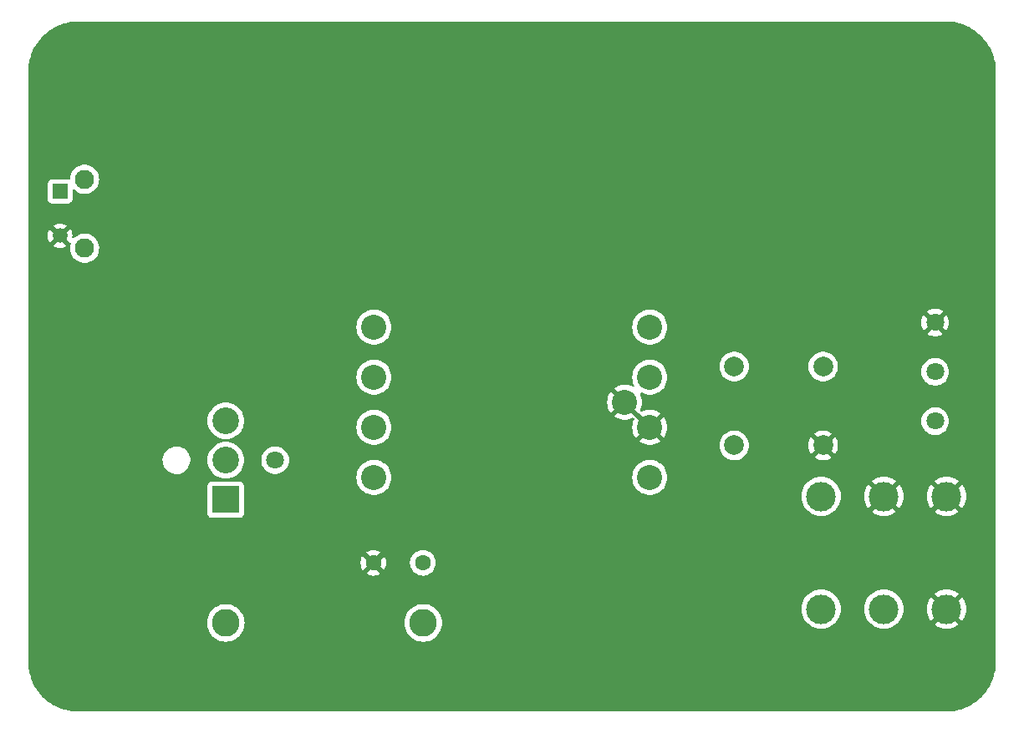
<source format=gbr>
%TF.GenerationSoftware,KiCad,Pcbnew,7.0.9*%
%TF.CreationDate,2024-02-12T14:50:03+04:00*%
%TF.ProjectId,57TimesAudioRE-AMP,35375469-6d65-4734-9175-64696f52452d,rev?*%
%TF.SameCoordinates,Original*%
%TF.FileFunction,Copper,L2,Bot*%
%TF.FilePolarity,Positive*%
%FSLAX46Y46*%
G04 Gerber Fmt 4.6, Leading zero omitted, Abs format (unit mm)*
G04 Created by KiCad (PCBNEW 7.0.9) date 2024-02-12 14:50:03*
%MOMM*%
%LPD*%
G01*
G04 APERTURE LIST*
%TA.AperFunction,ComponentPad*%
%ADD10C,1.800000*%
%TD*%
%TA.AperFunction,ComponentPad*%
%ADD11R,1.508000X1.508000*%
%TD*%
%TA.AperFunction,ComponentPad*%
%ADD12C,1.508000*%
%TD*%
%TA.AperFunction,ComponentPad*%
%ADD13C,1.950000*%
%TD*%
%TA.AperFunction,ComponentPad*%
%ADD14C,2.540000*%
%TD*%
%TA.AperFunction,ComponentPad*%
%ADD15C,2.000000*%
%TD*%
%TA.AperFunction,ComponentPad*%
%ADD16C,1.600000*%
%TD*%
%TA.AperFunction,ComponentPad*%
%ADD17R,2.700000X2.700000*%
%TD*%
%TA.AperFunction,ComponentPad*%
%ADD18C,2.700000*%
%TD*%
%TA.AperFunction,ComponentPad*%
%ADD19C,3.000000*%
%TD*%
%TA.AperFunction,ComponentPad*%
%ADD20C,2.800000*%
%TD*%
%TA.AperFunction,ViaPad*%
%ADD21C,0.800000*%
%TD*%
G04 APERTURE END LIST*
D10*
%TO.P,VR1,3*%
%TO.N,Net-(R1-Pad1)*%
X131850000Y-65540000D03*
%TO.P,VR1,2*%
%TO.N,Net-(J2-PadT)*%
X131850000Y-60540000D03*
%TO.P,VR1,1*%
%TO.N,GND*%
X131850000Y-55540000D03*
%TD*%
D11*
%TO.P,S1,1*%
%TO.N,Net-(J3-Pad1)*%
X43200000Y-42250000D03*
D12*
%TO.P,S1,2*%
%TO.N,GND*%
X43200000Y-46750000D03*
D13*
%TO.P,S1,S1*%
%TO.N,N/C*%
X45700000Y-41000000D03*
%TO.P,S1,S2*%
X45700000Y-48000000D03*
%TD*%
D14*
%TO.P,T1,E,E*%
%TO.N,GND*%
X100400000Y-63620000D03*
%TO.P,T1,8,8*%
%TO.N,Net-(R1-Pad1)*%
X102940000Y-56000000D03*
%TO.P,T1,7,7*%
%TO.N,Net-(R1-Pad2)*%
X102940000Y-61080000D03*
%TO.P,T1,6,6*%
%TO.N,GND*%
X102940000Y-66160000D03*
%TO.P,T1,5,5*%
%TO.N,Net-(R1-Pad2)*%
X102940000Y-71240000D03*
%TO.P,T1,4,4*%
%TO.N,Net-(T1-Pad2)*%
X75000000Y-56000000D03*
%TO.P,T1,3,3*%
%TO.N,Net-(J3-Pad3)*%
X75000000Y-61080000D03*
%TO.P,T1,2,2*%
%TO.N,Net-(T1-Pad2)*%
X75000000Y-66160000D03*
%TO.P,T1,1,1*%
%TO.N,Net-(J3-Pad2)*%
X75000000Y-71240000D03*
%TD*%
D15*
%TO.P,R2,1*%
%TO.N,Net-(R1-Pad2)*%
X111500000Y-68000000D03*
%TO.P,R2,2*%
%TO.N,GND*%
X120500000Y-68000000D03*
%TD*%
%TO.P,R1,2*%
%TO.N,Net-(R1-Pad2)*%
X111500000Y-60000000D03*
%TO.P,R1,1*%
%TO.N,Net-(R1-Pad1)*%
X120500000Y-60000000D03*
%TD*%
D16*
%TO.P,C1,2*%
%TO.N,GND*%
X74960000Y-79910000D03*
%TO.P,C1,1*%
%TO.N,Net-(C1-Pad1)*%
X79960000Y-79910000D03*
%TD*%
D17*
%TO.P,J3,1*%
%TO.N,Net-(J3-Pad1)*%
X60000000Y-73500000D03*
D18*
%TO.P,J3,2*%
%TO.N,Net-(J3-Pad2)*%
X60000000Y-65500000D03*
%TO.P,J3,3*%
%TO.N,Net-(J3-Pad3)*%
X60000000Y-69500000D03*
D10*
%TO.P,J3,G*%
%TO.N,N/C*%
X65000000Y-69500000D03*
%TD*%
D19*
%TO.P,J2,R*%
%TO.N,GND*%
X126650000Y-73170000D03*
%TO.P,J2,RN*%
%TO.N,N/C*%
X126650000Y-84600000D03*
%TO.P,J2,S*%
%TO.N,GND*%
X133000000Y-73170000D03*
X133000000Y-84600000D03*
%TO.P,J2,T*%
%TO.N,Net-(J2-PadT)*%
X120300000Y-73170000D03*
%TO.P,J2,TN*%
%TO.N,N/C*%
X120300000Y-84600000D03*
%TD*%
D20*
%TO.P,R3,2*%
%TO.N,Net-(C1-Pad1)*%
X80000000Y-86000000D03*
%TO.P,R3,1*%
%TO.N,Net-(J3-Pad1)*%
X60000000Y-86000000D03*
%TD*%
D21*
%TO.N,GND*%
X100000000Y-85000000D03*
X120000000Y-65000000D03*
X115000000Y-75000000D03*
X115000000Y-85000000D03*
X115000000Y-80000000D03*
X125000000Y-90000000D03*
X115000000Y-90000000D03*
X60000000Y-90000000D03*
X80000000Y-90000000D03*
X85000000Y-90000000D03*
X85000000Y-80000000D03*
X85000000Y-85000000D03*
X95000000Y-80000000D03*
X105000000Y-90000000D03*
X95000000Y-90000000D03*
X105000000Y-85000000D03*
X80000000Y-70000000D03*
X95000000Y-70000000D03*
X85000000Y-70000000D03*
X95000000Y-55000000D03*
X95000000Y-60000000D03*
X70000000Y-55000000D03*
X65000000Y-55000000D03*
X105000000Y-75000000D03*
X100000000Y-75000000D03*
X95000000Y-75000000D03*
X85000000Y-75000000D03*
X75000000Y-90000000D03*
X65000000Y-90000000D03*
X65000000Y-75000000D03*
X65000000Y-80000000D03*
X125000000Y-50000000D03*
X125000000Y-45000000D03*
X125000000Y-40000000D03*
X125000000Y-35000000D03*
X125000000Y-30000000D03*
X115000000Y-50000000D03*
X115000000Y-45000000D03*
X115000000Y-40000000D03*
X115000000Y-35000000D03*
X115000000Y-30000000D03*
X105000000Y-50000000D03*
X105000000Y-45000000D03*
X105000000Y-40000000D03*
X105000000Y-35000000D03*
X105000000Y-30000000D03*
X95000000Y-50000000D03*
X95000000Y-45000000D03*
X95000000Y-40000000D03*
X95000000Y-35000000D03*
X95000000Y-30000000D03*
X75000000Y-35000000D03*
X85000000Y-50000000D03*
X85000000Y-45000000D03*
X85000000Y-40000000D03*
X85000000Y-35000000D03*
X85000000Y-30000000D03*
X75000000Y-50000000D03*
X75000000Y-45000000D03*
X75000000Y-40000000D03*
X75000000Y-30000000D03*
X65000000Y-50000000D03*
X65000000Y-45000000D03*
X65000000Y-40000000D03*
X65000000Y-35000000D03*
X65000000Y-30000000D03*
X50000000Y-35000000D03*
X55000000Y-30000000D03*
X50000000Y-40000000D03*
X70000000Y-90000000D03*
X105000000Y-80000000D03*
X70000000Y-80000000D03*
X70000000Y-75000000D03*
X80000000Y-75000000D03*
X90000000Y-60000000D03*
X90000000Y-55000000D03*
X120000000Y-90000000D03*
X130000000Y-90000000D03*
X135000000Y-80000000D03*
X130000000Y-80000000D03*
X125000000Y-80000000D03*
X120000000Y-80000000D03*
X110000000Y-80000000D03*
X110000000Y-75000000D03*
X110000000Y-85000000D03*
X110000000Y-90000000D03*
X100000000Y-80000000D03*
X100000000Y-90000000D03*
X60000000Y-55000000D03*
X55000000Y-55000000D03*
X55000000Y-50000000D03*
X55000000Y-45000000D03*
X55000000Y-40000000D03*
X55000000Y-35000000D03*
X50000000Y-30000000D03*
X90000000Y-90000000D03*
X90000000Y-85000000D03*
X90000000Y-80000000D03*
X90000000Y-75000000D03*
X90000000Y-70000000D03*
X90000000Y-65000000D03*
X130000000Y-50000000D03*
X130000000Y-45000000D03*
X130000000Y-40000000D03*
X130000000Y-35000000D03*
X130000000Y-30000000D03*
X120000000Y-50000000D03*
X120000000Y-45000000D03*
X120000000Y-40000000D03*
X120000000Y-35000000D03*
X120000000Y-30000000D03*
X110000000Y-50000000D03*
X110000000Y-45000000D03*
X110000000Y-40000000D03*
X110000000Y-35000000D03*
X110000000Y-30000000D03*
X100000000Y-50000000D03*
X90000000Y-50000000D03*
X90000000Y-45000000D03*
X90000000Y-40000000D03*
X90000000Y-35000000D03*
X90000000Y-30000000D03*
X80000000Y-50000000D03*
X80000000Y-45000000D03*
X80000000Y-40000000D03*
X80000000Y-35000000D03*
X80000000Y-30000000D03*
X60000000Y-30000000D03*
X60000000Y-40000000D03*
X60000000Y-50000000D03*
X70000000Y-50000000D03*
X55000000Y-80000000D03*
X55000000Y-85000000D03*
X55000000Y-90000000D03*
X50000000Y-75000000D03*
X50000000Y-80000000D03*
X50000000Y-85000000D03*
X50000000Y-90000000D03*
X45000000Y-75000000D03*
X45000000Y-55000000D03*
X45000000Y-60000000D03*
X45000000Y-65000000D03*
X45000000Y-70000000D03*
X45000000Y-80000000D03*
X45000000Y-85000000D03*
X45000000Y-90000000D03*
X60000000Y-45000000D03*
X60000000Y-35000000D03*
X45000000Y-35000000D03*
X45000000Y-30000000D03*
X100000000Y-35000000D03*
X100000000Y-40000000D03*
X70000000Y-40000000D03*
X70000000Y-30000000D03*
X70000000Y-35000000D03*
X70000000Y-45000000D03*
X100000000Y-30000000D03*
X100000000Y-45000000D03*
X95000000Y-65000000D03*
X95000000Y-85000000D03*
X130400000Y-56800000D03*
X129400000Y-56800000D03*
X128200000Y-56800000D03*
X127000000Y-56800000D03*
X126000000Y-56800000D03*
X124800000Y-56800000D03*
X123600000Y-56800000D03*
X122400000Y-57000000D03*
X121400000Y-57200000D03*
X120400000Y-57800000D03*
X119400000Y-57200000D03*
X118600000Y-56400000D03*
X117600000Y-55800000D03*
X116400000Y-55200000D03*
X115200000Y-54800000D03*
X114000000Y-54800000D03*
X112800000Y-54800000D03*
X111600000Y-54800000D03*
X110400000Y-54800000D03*
X109200000Y-54800000D03*
X108000000Y-54800000D03*
X106800000Y-54800000D03*
X105600000Y-54800000D03*
X104600000Y-54200000D03*
X103400000Y-53800000D03*
X102200000Y-53800000D03*
X101000000Y-54400000D03*
X100600000Y-55600000D03*
X100800000Y-56800000D03*
X101400000Y-57800000D03*
X131200000Y-62400000D03*
X127200000Y-60400000D03*
X126400000Y-61000000D03*
X125800000Y-61800000D03*
X125200000Y-62600000D03*
X124600000Y-63400000D03*
X124400000Y-64400000D03*
X124400000Y-65400000D03*
X124400000Y-66400000D03*
X124400000Y-67400000D03*
X124200000Y-68400000D03*
X123800000Y-69200000D03*
X123000000Y-69800000D03*
X122200000Y-70400000D03*
X121200000Y-70600000D03*
X120200000Y-70600000D03*
X119200000Y-71000000D03*
X118400000Y-71600000D03*
X117800000Y-72400000D03*
X117800000Y-73400000D03*
X118000000Y-74400000D03*
X118600000Y-75200000D03*
X119600000Y-75600000D03*
X120600000Y-75600000D03*
X121600000Y-75400000D03*
X122400000Y-74600000D03*
X122800000Y-73600000D03*
X123400000Y-72800000D03*
X124200000Y-72200000D03*
X125000000Y-71400000D03*
X125600000Y-70600000D03*
X126200000Y-69800000D03*
X126400000Y-68800000D03*
X126600000Y-67800000D03*
X126600000Y-66800000D03*
X126600000Y-65800000D03*
X126600000Y-64800000D03*
X127000000Y-63800000D03*
X127600000Y-62800000D03*
X128400000Y-62200000D03*
X129400000Y-61800000D03*
X130400000Y-61600000D03*
X133200000Y-62000000D03*
X132600000Y-62800000D03*
X132000000Y-63600000D03*
X131000000Y-63800000D03*
X130200000Y-64200000D03*
X130000000Y-65200000D03*
X130000000Y-66200000D03*
X130600000Y-67000000D03*
X131600000Y-67400000D03*
X132600000Y-67200000D03*
X133400000Y-66600000D03*
X133800000Y-65600000D03*
X134200000Y-64800000D03*
X134800000Y-64000000D03*
X135400000Y-63000000D03*
X135600000Y-61800000D03*
X135600000Y-60800000D03*
X135400000Y-59600000D03*
X135000000Y-58600000D03*
X134400000Y-57800000D03*
X133600000Y-57200000D03*
X129800000Y-59400000D03*
X128800000Y-59400000D03*
X127800000Y-59600000D03*
X126800000Y-59200000D03*
X125800000Y-59200000D03*
X124800000Y-59200000D03*
X123800000Y-59200000D03*
X122800000Y-59600000D03*
X122600000Y-60600000D03*
X121800000Y-61600000D03*
X120800000Y-62000000D03*
X119800000Y-62000000D03*
X119000000Y-61600000D03*
X118400000Y-60800000D03*
X118200000Y-59800000D03*
X117800000Y-58800000D03*
X117000000Y-58200000D03*
X116000000Y-57600000D03*
X115000000Y-57200000D03*
X114000000Y-57200000D03*
X113000000Y-57200000D03*
X111600000Y-57200000D03*
X110400000Y-57200000D03*
X109400000Y-57200000D03*
X108400000Y-57200000D03*
X107400000Y-57200000D03*
X106400000Y-57200000D03*
X105400000Y-57200000D03*
X104600000Y-57800000D03*
X102200000Y-69000000D03*
X101200000Y-69600000D03*
X100800000Y-70600000D03*
X100600000Y-71600000D03*
X101000000Y-72600000D03*
X101800000Y-73400000D03*
X102800000Y-73600000D03*
X103800000Y-73400000D03*
X104600000Y-72800000D03*
X105600000Y-72400000D03*
X106800000Y-72400000D03*
X107800000Y-72200000D03*
X108800000Y-72000000D03*
X109800000Y-71400000D03*
X110600000Y-70800000D03*
X111400000Y-70000000D03*
X112400000Y-69800000D03*
X113200000Y-69200000D03*
X113600000Y-68200000D03*
X113400000Y-67200000D03*
X112800000Y-66400000D03*
X112800000Y-65400000D03*
X112800000Y-64400000D03*
X112800000Y-63400000D03*
X112800000Y-62400000D03*
X113000000Y-61400000D03*
X113400000Y-60400000D03*
X113400000Y-59400000D03*
X113000000Y-58600000D03*
X112200000Y-58000000D03*
X111200000Y-58000000D03*
X110200000Y-58400000D03*
X109600000Y-59200000D03*
X109000000Y-60000000D03*
X108000000Y-60000000D03*
X107000000Y-60000000D03*
X106000000Y-60000000D03*
X105000000Y-59600000D03*
X104200000Y-59000000D03*
X103200000Y-58800000D03*
X102200000Y-58800000D03*
X101400000Y-59400000D03*
X100800000Y-60200000D03*
X100600000Y-61200000D03*
X102800000Y-63400000D03*
X103800000Y-63200000D03*
X104600000Y-62800000D03*
X105400000Y-62200000D03*
X106400000Y-62200000D03*
X107400000Y-62200000D03*
X108400000Y-62200000D03*
X109400000Y-62200000D03*
X110400000Y-62200000D03*
X110400000Y-63200000D03*
X110400000Y-64400000D03*
X110400000Y-65400000D03*
X110200000Y-66400000D03*
X109600000Y-67200000D03*
X109400000Y-68200000D03*
X108800000Y-69000000D03*
X108000000Y-69600000D03*
X107000000Y-69800000D03*
X106000000Y-70000000D03*
X105000000Y-70000000D03*
X104200000Y-69400000D03*
X103200000Y-69000000D03*
X78200000Y-80800000D03*
X78000000Y-79800000D03*
X78200000Y-78800000D03*
X79000000Y-78400000D03*
X80000000Y-78200000D03*
X81000000Y-78400000D03*
X81800000Y-78800000D03*
X81800000Y-79800000D03*
X81600000Y-80800000D03*
X82000000Y-84600000D03*
X82400000Y-85600000D03*
X82400000Y-86600000D03*
X82000000Y-87600000D03*
X81200000Y-88400000D03*
X80000000Y-88600000D03*
X78800000Y-88400000D03*
X78000000Y-87600000D03*
X77600000Y-86600000D03*
X77600000Y-85600000D03*
X78000000Y-84600000D03*
X81200000Y-83800000D03*
X81200000Y-82800000D03*
X81200000Y-81800000D03*
X78800000Y-81800000D03*
X78800000Y-82800000D03*
X78800000Y-83800000D03*
X62400000Y-72000000D03*
X62400000Y-73200000D03*
X62400000Y-74200000D03*
X62200000Y-75400000D03*
X61200000Y-76000000D03*
X61200000Y-77000000D03*
X60400000Y-77800000D03*
X60200000Y-79000000D03*
X60200000Y-80000000D03*
X60200000Y-81000000D03*
X60200000Y-82000000D03*
X60200000Y-83000000D03*
X61000000Y-83800000D03*
X61800000Y-84600000D03*
X62400000Y-85600000D03*
X62400000Y-86800000D03*
X62000000Y-87800000D03*
X61000000Y-88400000D03*
X60000000Y-88600000D03*
X59000000Y-88400000D03*
X58200000Y-87600000D03*
X57600000Y-86800000D03*
X57600000Y-85800000D03*
X57800000Y-84800000D03*
X57800000Y-83800000D03*
X57800000Y-82800000D03*
X57800000Y-81800000D03*
X57800000Y-80800000D03*
X57800000Y-79800000D03*
X57800000Y-78800000D03*
X57800000Y-77800000D03*
X57800000Y-76800000D03*
X57800000Y-75600000D03*
X52400000Y-68000000D03*
X52400000Y-67000000D03*
X52400000Y-66000000D03*
X52400000Y-65000000D03*
X52400000Y-64000000D03*
X52400000Y-63000000D03*
X52400000Y-62000000D03*
X52400000Y-61000000D03*
X52400000Y-60000000D03*
X52400000Y-59000000D03*
X52400000Y-58000000D03*
X52400000Y-57000000D03*
X52400000Y-56000000D03*
X52400000Y-55000000D03*
X52400000Y-54000000D03*
X52400000Y-53000000D03*
X52400000Y-52000000D03*
X52400000Y-51000000D03*
X52400000Y-50000000D03*
X52400000Y-49000000D03*
X52400000Y-48000000D03*
X52400000Y-47000000D03*
X52200000Y-46000000D03*
X51800000Y-45000000D03*
X51200000Y-44200000D03*
X50400000Y-43600000D03*
X49400000Y-43200000D03*
X48400000Y-42800000D03*
X47000000Y-42600000D03*
X47800000Y-41800000D03*
X47800000Y-40800000D03*
X47800000Y-39800000D03*
X47000000Y-39000000D03*
X45800000Y-38800000D03*
X44600000Y-39000000D03*
X43200000Y-39400000D03*
X44000000Y-40200000D03*
X42400000Y-40200000D03*
X42600000Y-44200000D03*
X43600000Y-44600000D03*
X44400000Y-45200000D03*
X45400000Y-45200000D03*
X46400000Y-45200000D03*
X47400000Y-45200000D03*
X48400000Y-45400000D03*
X49200000Y-46000000D03*
X49800000Y-47000000D03*
X49800000Y-48000000D03*
X49800000Y-49000000D03*
X49800000Y-50000000D03*
X49800000Y-51000000D03*
X49800000Y-52000000D03*
X49800000Y-53000000D03*
X49800000Y-54000000D03*
X49800000Y-55000000D03*
X49800000Y-56000000D03*
X49800000Y-57000000D03*
X49800000Y-58000000D03*
X49800000Y-59000000D03*
X49800000Y-60000000D03*
X49800000Y-61000000D03*
X49800000Y-62000000D03*
X49800000Y-63000000D03*
X49800000Y-64000000D03*
X49800000Y-65000000D03*
X49800000Y-66000000D03*
X49800000Y-67000000D03*
X49800000Y-68000000D03*
X49800000Y-69000000D03*
X49800000Y-70000000D03*
X50000000Y-71000000D03*
X50400000Y-72000000D03*
X51000000Y-72800000D03*
X51800000Y-73400000D03*
X52600000Y-74000000D03*
X53600000Y-74400000D03*
X54600000Y-74400000D03*
X55600000Y-74400000D03*
X56600000Y-74400000D03*
X57600000Y-74400000D03*
X43000000Y-27000000D03*
X42000000Y-28000000D03*
X41000000Y-30000000D03*
X41000000Y-32000000D03*
X41000000Y-34000000D03*
X41000000Y-36000000D03*
X41000000Y-38000000D03*
X41000000Y-40000000D03*
X41000000Y-42000000D03*
X41000000Y-44000000D03*
X41000000Y-46000000D03*
X41000000Y-48000000D03*
X41000000Y-50000000D03*
X41000000Y-52000000D03*
X41000000Y-54000000D03*
X41000000Y-56000000D03*
X41000000Y-58000000D03*
X41000000Y-60000000D03*
X41000000Y-62000000D03*
X41000000Y-64000000D03*
X41000000Y-66000000D03*
X41000000Y-68000000D03*
X41000000Y-70000000D03*
X41000000Y-72000000D03*
X41000000Y-74000000D03*
X41000000Y-76000000D03*
X41000000Y-78000000D03*
X41000000Y-82000000D03*
X41000000Y-80000000D03*
X41000000Y-80000000D03*
X41000000Y-84000000D03*
X41000000Y-86000000D03*
X41000000Y-88000000D03*
X41000000Y-90000000D03*
X42000000Y-92000000D03*
X43000000Y-93000000D03*
X45000000Y-94000000D03*
X47000000Y-94000000D03*
X49000000Y-94000000D03*
X51000000Y-94000000D03*
X53000000Y-94000000D03*
X55000000Y-94000000D03*
X57000000Y-94000000D03*
X59000000Y-94000000D03*
X61000000Y-94000000D03*
X63000000Y-94000000D03*
X65000000Y-94000000D03*
X67000000Y-94000000D03*
X69000000Y-94000000D03*
X71000000Y-94000000D03*
X73000000Y-94000000D03*
X75000000Y-94000000D03*
X77000000Y-94000000D03*
X79000000Y-94000000D03*
X81000000Y-94000000D03*
X83000000Y-94000000D03*
X85000000Y-94000000D03*
X87000000Y-94000000D03*
X89000000Y-94000000D03*
X91000000Y-94000000D03*
X93000000Y-94000000D03*
X95000000Y-94000000D03*
X97000000Y-94000000D03*
X99000000Y-94000000D03*
X101000000Y-94000000D03*
X103000000Y-94000000D03*
X105000000Y-94000000D03*
X107000000Y-94000000D03*
X109000000Y-94000000D03*
X111000000Y-94000000D03*
X113000000Y-94000000D03*
X115000000Y-94000000D03*
X117000000Y-94000000D03*
X119000000Y-94000000D03*
X121000000Y-94000000D03*
X123000000Y-94000000D03*
X125000000Y-94000000D03*
X127000000Y-94000000D03*
X129000000Y-94000000D03*
X131000000Y-94000000D03*
X133000000Y-94000000D03*
X135000000Y-93000000D03*
X136000000Y-92000000D03*
X137000000Y-90000000D03*
X137000000Y-88000000D03*
X137000000Y-86000000D03*
X137000000Y-84000000D03*
X137000000Y-82000000D03*
X137000000Y-80000000D03*
X137000000Y-78000000D03*
X137000000Y-76000000D03*
X137000000Y-74000000D03*
X137000000Y-72000000D03*
X137000000Y-70000000D03*
X137000000Y-68000000D03*
X137000000Y-66000000D03*
X137000000Y-64000000D03*
X137000000Y-62000000D03*
X137000000Y-60000000D03*
X137000000Y-58000000D03*
X137000000Y-56000000D03*
X137000000Y-54000000D03*
X137000000Y-52000000D03*
X137000000Y-50000000D03*
X137000000Y-48000000D03*
X137000000Y-46000000D03*
X137000000Y-44000000D03*
X137000000Y-42000000D03*
X137000000Y-40000000D03*
X137000000Y-38000000D03*
X137000000Y-36000000D03*
X137000000Y-34000000D03*
X137000000Y-32000000D03*
X137000000Y-30000000D03*
X136000000Y-28000000D03*
X135000000Y-27000000D03*
X133000000Y-26000000D03*
X131000000Y-26000000D03*
X129000000Y-26000000D03*
X127000000Y-26000000D03*
X125000000Y-26000000D03*
X123000000Y-26000000D03*
X121000000Y-26000000D03*
X119000000Y-26000000D03*
X117000000Y-26000000D03*
X115000000Y-26000000D03*
X113000000Y-26000000D03*
X111000000Y-26000000D03*
X109000000Y-26000000D03*
X107000000Y-26000000D03*
X105000000Y-26000000D03*
X103000000Y-26000000D03*
X101000000Y-26000000D03*
X99000000Y-26000000D03*
X97000000Y-26000000D03*
X95000000Y-26000000D03*
X93000000Y-26000000D03*
X91000000Y-26000000D03*
X89000000Y-26000000D03*
X87000000Y-26000000D03*
X85000000Y-26000000D03*
X83000000Y-26000000D03*
X81000000Y-26000000D03*
X79000000Y-26000000D03*
X77000000Y-26000000D03*
X75000000Y-26000000D03*
X73000000Y-26000000D03*
X71000000Y-26000000D03*
X69000000Y-26000000D03*
X67000000Y-26000000D03*
X65000000Y-26000000D03*
X63000000Y-26000000D03*
X61000000Y-26000000D03*
X59000000Y-26000000D03*
X57000000Y-26000000D03*
X55000000Y-26000000D03*
X53000000Y-26000000D03*
X51000000Y-26000000D03*
X49000000Y-26000000D03*
X47000000Y-26000000D03*
X45000000Y-26000000D03*
X77200000Y-65000000D03*
X59600000Y-59800000D03*
X77000000Y-59800000D03*
X67000000Y-62200000D03*
X65600000Y-59800000D03*
X73600000Y-69400000D03*
X77000000Y-63600000D03*
X72800000Y-55200000D03*
X70000000Y-68400000D03*
X82600000Y-66200000D03*
X68600000Y-64800000D03*
X71600000Y-72400000D03*
X81800000Y-60400000D03*
X69400000Y-65400000D03*
X78200000Y-65000000D03*
X84000000Y-57600000D03*
X73400000Y-73000000D03*
X64600000Y-64400000D03*
X69000000Y-62200000D03*
X71600000Y-59800000D03*
X71000000Y-62200000D03*
X60800000Y-63200000D03*
X61800000Y-71200000D03*
X76600000Y-62600000D03*
X73800000Y-63000000D03*
X57400000Y-64000000D03*
X76400000Y-73000000D03*
X62400000Y-70200000D03*
X77200000Y-60800000D03*
X63600000Y-64400000D03*
X57400000Y-63000000D03*
X77800000Y-67400000D03*
X68600000Y-59800000D03*
X70000000Y-66400000D03*
X58600000Y-59800000D03*
X64000000Y-62200000D03*
X68000000Y-62200000D03*
X56800000Y-71000000D03*
X73000000Y-67600000D03*
X69600000Y-59800000D03*
X76200000Y-54000000D03*
X84200000Y-60600000D03*
X73600000Y-58000000D03*
X57400000Y-65000000D03*
X74800000Y-63400000D03*
X55200000Y-65800000D03*
X76800000Y-67600000D03*
X67800000Y-69200000D03*
X84200000Y-58600000D03*
X76400000Y-69400000D03*
X70600000Y-72200000D03*
X83400000Y-56800000D03*
X62600000Y-64400000D03*
X58000000Y-62200000D03*
X61800000Y-63800000D03*
X63600000Y-59800000D03*
X62600000Y-59800000D03*
X66000000Y-62200000D03*
X79000000Y-54800000D03*
X80200000Y-64800000D03*
X74200000Y-53800000D03*
X75200000Y-53600000D03*
X83400000Y-65600000D03*
X72800000Y-64800000D03*
X73000000Y-70200000D03*
X65600000Y-64400000D03*
X64000000Y-66600000D03*
X70000000Y-67400000D03*
X72000000Y-70200000D03*
X80800000Y-57600000D03*
X73000000Y-62400000D03*
X81400000Y-58400000D03*
X73000000Y-57200000D03*
X66600000Y-64400000D03*
X81000000Y-55000000D03*
X55200000Y-62800000D03*
X79200000Y-65000000D03*
X63000000Y-62200000D03*
X72600000Y-56200000D03*
X75400000Y-73400000D03*
X76000000Y-68200000D03*
X62000000Y-62200000D03*
X73400000Y-64000000D03*
X77000000Y-72200000D03*
X65000000Y-62200000D03*
X83800000Y-64600000D03*
X81800000Y-59400000D03*
X67600000Y-59800000D03*
X80800000Y-67200000D03*
X81800000Y-61400000D03*
X62000000Y-66800000D03*
X76400000Y-64400000D03*
X81000000Y-64200000D03*
X63000000Y-66600000D03*
X53000000Y-68800000D03*
X72000000Y-62200000D03*
X72600000Y-65800000D03*
X58600000Y-63600000D03*
X56000000Y-71600000D03*
X74400000Y-73400000D03*
X77000000Y-70200000D03*
X66600000Y-59800000D03*
X72600000Y-66800000D03*
X55800000Y-60800000D03*
X62400000Y-69200000D03*
X81800000Y-62400000D03*
X74400000Y-69000000D03*
X57400000Y-67000000D03*
X60600000Y-59800000D03*
X57400000Y-66000000D03*
X61400000Y-67600000D03*
X84200000Y-61600000D03*
X82800000Y-56000000D03*
X70600000Y-59800000D03*
X66000000Y-66600000D03*
X67000000Y-66600000D03*
X84200000Y-59600000D03*
X76200000Y-59200000D03*
X77200000Y-71200000D03*
X80000000Y-54800000D03*
X67600000Y-64400000D03*
X68200000Y-70200000D03*
X55200000Y-63800000D03*
X77800000Y-57200000D03*
X82000000Y-55400000D03*
X58000000Y-71000000D03*
X57600000Y-59800000D03*
X72600000Y-59800000D03*
X57400000Y-72200000D03*
X69600000Y-71800000D03*
X53600000Y-68000000D03*
X59600000Y-63200000D03*
X61000000Y-62200000D03*
X76800000Y-57400000D03*
X72600000Y-72400000D03*
X73400000Y-54400000D03*
X56600000Y-60200000D03*
X74200000Y-58800000D03*
X78800000Y-57200000D03*
X58000000Y-68000000D03*
X60000000Y-62200000D03*
X67800000Y-67200000D03*
X68800000Y-71000000D03*
X55400000Y-61800000D03*
X70200000Y-69400000D03*
X75400000Y-69000000D03*
X52800000Y-69800000D03*
X59000000Y-62200000D03*
X84000000Y-63600000D03*
X71000000Y-70000000D03*
X57000000Y-70000000D03*
X73400000Y-59400000D03*
X76000000Y-58000000D03*
X81600000Y-63400000D03*
X75800000Y-63200000D03*
X65000000Y-66600000D03*
X53200000Y-70800000D03*
X55200000Y-64800000D03*
X67800000Y-68200000D03*
X79800000Y-67400000D03*
X75200000Y-58800000D03*
X84200000Y-62600000D03*
X61600000Y-59800000D03*
X77200000Y-61800000D03*
X62200000Y-68200000D03*
X54000000Y-71600000D03*
X81800000Y-66800000D03*
X79800000Y-57200000D03*
X55000000Y-71800000D03*
X78000000Y-54800000D03*
X54400000Y-67400000D03*
X73600000Y-68400000D03*
X64600000Y-59800000D03*
X70000000Y-62200000D03*
X78800000Y-67400000D03*
X55200000Y-66800000D03*
X77000000Y-54800000D03*
%TD*%
%TA.AperFunction,Conductor*%
%TO.N,GND*%
G36*
X101835219Y-64701666D02*
G01*
X101835220Y-64701668D01*
X102704022Y-65570470D01*
X102631655Y-65599123D01*
X102501858Y-65693426D01*
X102399590Y-65817046D01*
X102349640Y-65923193D01*
X101504779Y-65078332D01*
X101504777Y-65078329D01*
X100635977Y-64209529D01*
X100708345Y-64180877D01*
X100838142Y-64086574D01*
X100940410Y-63962954D01*
X100990359Y-63856806D01*
X101835219Y-64701666D01*
G37*
%TD.AperFunction*%
%TA.AperFunction,Conductor*%
G36*
X133167426Y-25009493D02*
G01*
X133370173Y-25018345D01*
X133375108Y-25018759D01*
X133592338Y-25045837D01*
X133795760Y-25072618D01*
X133800351Y-25073401D01*
X134014323Y-25118266D01*
X134187715Y-25156706D01*
X134215149Y-25162789D01*
X134219404Y-25163892D01*
X134428881Y-25226256D01*
X134625363Y-25288207D01*
X134629169Y-25289547D01*
X134832887Y-25369039D01*
X135023395Y-25447950D01*
X135026881Y-25449523D01*
X135145735Y-25507627D01*
X135223320Y-25545556D01*
X135282570Y-25576399D01*
X135406428Y-25640875D01*
X135409525Y-25642603D01*
X135597453Y-25754583D01*
X135771689Y-25865584D01*
X135774404Y-25867416D01*
X135952532Y-25994597D01*
X136116586Y-26120480D01*
X136118870Y-26122323D01*
X136230174Y-26216592D01*
X136285985Y-26263862D01*
X136439533Y-26404562D01*
X136595436Y-26560465D01*
X136736135Y-26714011D01*
X136877661Y-26881110D01*
X136879526Y-26883423D01*
X136942970Y-26966103D01*
X137005402Y-27047467D01*
X137132582Y-27225594D01*
X137134414Y-27228309D01*
X137245416Y-27402546D01*
X137357395Y-27590473D01*
X137359129Y-27593582D01*
X137454443Y-27776679D01*
X137522827Y-27916560D01*
X137550471Y-27973107D01*
X137550472Y-27973108D01*
X137552052Y-27976613D01*
X137630967Y-28167128D01*
X137710438Y-28370796D01*
X137711803Y-28374670D01*
X137773753Y-28571151D01*
X137836101Y-28780577D01*
X137837209Y-28784849D01*
X137881745Y-28985729D01*
X137926595Y-29199637D01*
X137927384Y-29204269D01*
X137954161Y-29407652D01*
X137981237Y-29624874D01*
X137981654Y-29629840D01*
X137990508Y-29832618D01*
X137999500Y-30050001D01*
X137999500Y-89949999D01*
X137990508Y-90167381D01*
X137981654Y-90370158D01*
X137981237Y-90375124D01*
X137954161Y-90592347D01*
X137927384Y-90795729D01*
X137926595Y-90800361D01*
X137881745Y-91014270D01*
X137837209Y-91215149D01*
X137836101Y-91219421D01*
X137773753Y-91428848D01*
X137711803Y-91625328D01*
X137710431Y-91629223D01*
X137630967Y-91832871D01*
X137552054Y-92023380D01*
X137550474Y-92026884D01*
X137454449Y-92223310D01*
X137359124Y-92406424D01*
X137357391Y-92409532D01*
X137245419Y-92597448D01*
X137134407Y-92771699D01*
X137132576Y-92774413D01*
X137005399Y-92952537D01*
X136879542Y-93116553D01*
X136877666Y-93118880D01*
X136736132Y-93285992D01*
X136595439Y-93439531D01*
X136439524Y-93595446D01*
X136286003Y-93736123D01*
X136118867Y-93877678D01*
X136116540Y-93879555D01*
X135952542Y-94005395D01*
X135774396Y-94132588D01*
X135771681Y-94134420D01*
X135597469Y-94245406D01*
X135409531Y-94357394D01*
X135406422Y-94359127D01*
X135223340Y-94454434D01*
X135026878Y-94550477D01*
X135023374Y-94552057D01*
X134832866Y-94630969D01*
X134629226Y-94710429D01*
X134625332Y-94711801D01*
X134428880Y-94773743D01*
X134219401Y-94836107D01*
X134215129Y-94837215D01*
X134014262Y-94881747D01*
X133800372Y-94926594D01*
X133795739Y-94927384D01*
X133592258Y-94954172D01*
X133375123Y-94981237D01*
X133370157Y-94981654D01*
X133167380Y-94990508D01*
X132949998Y-94999500D01*
X45101862Y-94999500D01*
X45101014Y-94999251D01*
X45050251Y-94999251D01*
X45049751Y-94999251D01*
X44789970Y-94988506D01*
X44629692Y-94981421D01*
X44624760Y-94981005D01*
X44407491Y-94953923D01*
X44204009Y-94927135D01*
X44199376Y-94926345D01*
X43985488Y-94881498D01*
X43784619Y-94836966D01*
X43780347Y-94835858D01*
X43570869Y-94773494D01*
X43374416Y-94711552D01*
X43370528Y-94710182D01*
X43291619Y-94679392D01*
X43166893Y-94630724D01*
X42976369Y-94551807D01*
X42972864Y-94550226D01*
X42832435Y-94481575D01*
X42776401Y-94454181D01*
X42593343Y-94358886D01*
X42590235Y-94357153D01*
X42402287Y-94245162D01*
X42228058Y-94134166D01*
X42225343Y-94132333D01*
X42047213Y-94005150D01*
X41883209Y-93879306D01*
X41880881Y-93877429D01*
X41797728Y-93807002D01*
X41713750Y-93735877D01*
X41599446Y-93631137D01*
X41560225Y-93595197D01*
X41404307Y-93439279D01*
X41263626Y-93285754D01*
X41122065Y-93118612D01*
X41120188Y-93116284D01*
X40994354Y-92952293D01*
X40947905Y-92887238D01*
X40867136Y-92774114D01*
X40865350Y-92771467D01*
X40754348Y-92597230D01*
X40642345Y-92409266D01*
X40640632Y-92406194D01*
X40545317Y-92223096D01*
X40449271Y-92026630D01*
X40447691Y-92023126D01*
X40368774Y-91832603D01*
X40289304Y-91628941D01*
X40287958Y-91625116D01*
X40225996Y-91428598D01*
X40163721Y-91219421D01*
X40163638Y-91219141D01*
X40162534Y-91214883D01*
X40118059Y-91014270D01*
X40118021Y-91014103D01*
X40073146Y-90800085D01*
X40072369Y-90795528D01*
X40045597Y-90592177D01*
X40018508Y-90374859D01*
X40018094Y-90369926D01*
X40009232Y-90166934D01*
X40000251Y-89949799D01*
X40000251Y-86000001D01*
X58094645Y-86000001D01*
X58114039Y-86271160D01*
X58114040Y-86271167D01*
X58169121Y-86524371D01*
X58171825Y-86536801D01*
X58197303Y-86605109D01*
X58266830Y-86791519D01*
X58397109Y-87030107D01*
X58397110Y-87030108D01*
X58397113Y-87030113D01*
X58560029Y-87247742D01*
X58560033Y-87247746D01*
X58560038Y-87247752D01*
X58752247Y-87439961D01*
X58752253Y-87439966D01*
X58752258Y-87439971D01*
X58969887Y-87602887D01*
X58969891Y-87602889D01*
X58969892Y-87602890D01*
X59208481Y-87733169D01*
X59208480Y-87733169D01*
X59208484Y-87733170D01*
X59208487Y-87733172D01*
X59463199Y-87828175D01*
X59728840Y-87885961D01*
X59980605Y-87903967D01*
X59999999Y-87905355D01*
X60000000Y-87905355D01*
X60000001Y-87905355D01*
X60018100Y-87904060D01*
X60271160Y-87885961D01*
X60536801Y-87828175D01*
X60791513Y-87733172D01*
X60791517Y-87733169D01*
X60791519Y-87733169D01*
X60910813Y-87668029D01*
X61030113Y-87602887D01*
X61247742Y-87439971D01*
X61439971Y-87247742D01*
X61602887Y-87030113D01*
X61733172Y-86791513D01*
X61828175Y-86536801D01*
X61885961Y-86271160D01*
X61905355Y-86000001D01*
X78094645Y-86000001D01*
X78114039Y-86271160D01*
X78114040Y-86271167D01*
X78169121Y-86524371D01*
X78171825Y-86536801D01*
X78197303Y-86605109D01*
X78266830Y-86791519D01*
X78397109Y-87030107D01*
X78397110Y-87030108D01*
X78397113Y-87030113D01*
X78560029Y-87247742D01*
X78560033Y-87247746D01*
X78560038Y-87247752D01*
X78752247Y-87439961D01*
X78752253Y-87439966D01*
X78752258Y-87439971D01*
X78969887Y-87602887D01*
X78969891Y-87602889D01*
X78969892Y-87602890D01*
X79208481Y-87733169D01*
X79208480Y-87733169D01*
X79208484Y-87733170D01*
X79208487Y-87733172D01*
X79463199Y-87828175D01*
X79728840Y-87885961D01*
X79980605Y-87903967D01*
X79999999Y-87905355D01*
X80000000Y-87905355D01*
X80000001Y-87905355D01*
X80018100Y-87904060D01*
X80271160Y-87885961D01*
X80536801Y-87828175D01*
X80791513Y-87733172D01*
X80791517Y-87733169D01*
X80791519Y-87733169D01*
X80910813Y-87668029D01*
X81030113Y-87602887D01*
X81247742Y-87439971D01*
X81439971Y-87247742D01*
X81602887Y-87030113D01*
X81733172Y-86791513D01*
X81828175Y-86536801D01*
X81885961Y-86271160D01*
X81905355Y-86000000D01*
X81885961Y-85728840D01*
X81828175Y-85463199D01*
X81733172Y-85208487D01*
X81733170Y-85208484D01*
X81733169Y-85208480D01*
X81602890Y-84969892D01*
X81602889Y-84969891D01*
X81602887Y-84969887D01*
X81439971Y-84752258D01*
X81439966Y-84752253D01*
X81439961Y-84752247D01*
X81287715Y-84600001D01*
X118294390Y-84600001D01*
X118314804Y-84885433D01*
X118375628Y-85165037D01*
X118375630Y-85165043D01*
X118375631Y-85165046D01*
X118475557Y-85432958D01*
X118475635Y-85433166D01*
X118612770Y-85684309D01*
X118612775Y-85684317D01*
X118784254Y-85913387D01*
X118784270Y-85913405D01*
X118986594Y-86115729D01*
X118986612Y-86115745D01*
X119215682Y-86287224D01*
X119215690Y-86287229D01*
X119466833Y-86424364D01*
X119466832Y-86424364D01*
X119466836Y-86424365D01*
X119466839Y-86424367D01*
X119734954Y-86524369D01*
X119734960Y-86524370D01*
X119734962Y-86524371D01*
X120014566Y-86585195D01*
X120014568Y-86585195D01*
X120014572Y-86585196D01*
X120268220Y-86603337D01*
X120299999Y-86605610D01*
X120300000Y-86605610D01*
X120300001Y-86605610D01*
X120328595Y-86603564D01*
X120585428Y-86585196D01*
X120865046Y-86524369D01*
X121133161Y-86424367D01*
X121384315Y-86287226D01*
X121613395Y-86115739D01*
X121815739Y-85913395D01*
X121987226Y-85684315D01*
X122124367Y-85433161D01*
X122224369Y-85165046D01*
X122249196Y-85050918D01*
X122285195Y-84885433D01*
X122285195Y-84885432D01*
X122285196Y-84885428D01*
X122305610Y-84600001D01*
X124644390Y-84600001D01*
X124664804Y-84885433D01*
X124725628Y-85165037D01*
X124725630Y-85165043D01*
X124725631Y-85165046D01*
X124825557Y-85432958D01*
X124825635Y-85433166D01*
X124962770Y-85684309D01*
X124962775Y-85684317D01*
X125134254Y-85913387D01*
X125134270Y-85913405D01*
X125336594Y-86115729D01*
X125336612Y-86115745D01*
X125565682Y-86287224D01*
X125565690Y-86287229D01*
X125816833Y-86424364D01*
X125816832Y-86424364D01*
X125816836Y-86424365D01*
X125816839Y-86424367D01*
X126084954Y-86524369D01*
X126084960Y-86524370D01*
X126084962Y-86524371D01*
X126364566Y-86585195D01*
X126364568Y-86585195D01*
X126364572Y-86585196D01*
X126618220Y-86603337D01*
X126649999Y-86605610D01*
X126650000Y-86605610D01*
X126650001Y-86605610D01*
X126678595Y-86603564D01*
X126935428Y-86585196D01*
X127215046Y-86524369D01*
X127483161Y-86424367D01*
X127734315Y-86287226D01*
X127963395Y-86115739D01*
X128165739Y-85913395D01*
X128337226Y-85684315D01*
X128474367Y-85433161D01*
X128574369Y-85165046D01*
X128599196Y-85050918D01*
X128635195Y-84885433D01*
X128635195Y-84885432D01*
X128635196Y-84885428D01*
X128655610Y-84600001D01*
X130994891Y-84600001D01*
X131015300Y-84885362D01*
X131076109Y-85164895D01*
X131176091Y-85432958D01*
X131313191Y-85684038D01*
X131313196Y-85684046D01*
X131419882Y-85826561D01*
X131419883Y-85826562D01*
X132322803Y-84923641D01*
X132346059Y-84977553D01*
X132450756Y-85118185D01*
X132585062Y-85230882D01*
X132676665Y-85276886D01*
X131773436Y-86180115D01*
X131915960Y-86286807D01*
X131915961Y-86286808D01*
X132167042Y-86423908D01*
X132167041Y-86423908D01*
X132435104Y-86523890D01*
X132714637Y-86584699D01*
X132999999Y-86605109D01*
X133000001Y-86605109D01*
X133285362Y-86584699D01*
X133564895Y-86523890D01*
X133832958Y-86423908D01*
X134084047Y-86286803D01*
X134226561Y-86180116D01*
X134226562Y-86180115D01*
X133325946Y-85279498D01*
X133338891Y-85274787D01*
X133485373Y-85178445D01*
X133605688Y-85050918D01*
X133678447Y-84924894D01*
X134580115Y-85826562D01*
X134580116Y-85826561D01*
X134686803Y-85684047D01*
X134823908Y-85432958D01*
X134923890Y-85164895D01*
X134984699Y-84885362D01*
X135005109Y-84600001D01*
X135005109Y-84599998D01*
X134984699Y-84314637D01*
X134923890Y-84035104D01*
X134823908Y-83767041D01*
X134686808Y-83515961D01*
X134686807Y-83515960D01*
X134580115Y-83373436D01*
X133677195Y-84276356D01*
X133653941Y-84222447D01*
X133549244Y-84081815D01*
X133414938Y-83969118D01*
X133323333Y-83923112D01*
X134226562Y-83019883D01*
X134226561Y-83019882D01*
X134084046Y-82913196D01*
X134084038Y-82913191D01*
X133832957Y-82776091D01*
X133832958Y-82776091D01*
X133564895Y-82676109D01*
X133285362Y-82615300D01*
X133000001Y-82594891D01*
X132999999Y-82594891D01*
X132714637Y-82615300D01*
X132435104Y-82676109D01*
X132167041Y-82776091D01*
X131915961Y-82913191D01*
X131915953Y-82913196D01*
X131773437Y-83019882D01*
X131773436Y-83019883D01*
X132674054Y-83920501D01*
X132661109Y-83925213D01*
X132514627Y-84021555D01*
X132394312Y-84149082D01*
X132321552Y-84275105D01*
X131419883Y-83373436D01*
X131419882Y-83373437D01*
X131313196Y-83515953D01*
X131313191Y-83515961D01*
X131176091Y-83767041D01*
X131076109Y-84035104D01*
X131015300Y-84314637D01*
X130994891Y-84599998D01*
X130994891Y-84600001D01*
X128655610Y-84600001D01*
X128655610Y-84600000D01*
X128635196Y-84314572D01*
X128624810Y-84266830D01*
X128574371Y-84034962D01*
X128574370Y-84034960D01*
X128574369Y-84034954D01*
X128474367Y-83766839D01*
X128337372Y-83515953D01*
X128337229Y-83515690D01*
X128337224Y-83515682D01*
X128165745Y-83286612D01*
X128165729Y-83286594D01*
X127963405Y-83084270D01*
X127963387Y-83084254D01*
X127734317Y-82912775D01*
X127734309Y-82912770D01*
X127483166Y-82775635D01*
X127483167Y-82775635D01*
X127375915Y-82735632D01*
X127215046Y-82675631D01*
X127215043Y-82675630D01*
X127215037Y-82675628D01*
X126935433Y-82614804D01*
X126650001Y-82594390D01*
X126649999Y-82594390D01*
X126364566Y-82614804D01*
X126084962Y-82675628D01*
X125816833Y-82775635D01*
X125565690Y-82912770D01*
X125565682Y-82912775D01*
X125336612Y-83084254D01*
X125336594Y-83084270D01*
X125134270Y-83286594D01*
X125134254Y-83286612D01*
X124962775Y-83515682D01*
X124962770Y-83515690D01*
X124825635Y-83766833D01*
X124725628Y-84034962D01*
X124664804Y-84314566D01*
X124644390Y-84599998D01*
X124644390Y-84600001D01*
X122305610Y-84600001D01*
X122305610Y-84600000D01*
X122285196Y-84314572D01*
X122274810Y-84266830D01*
X122224371Y-84034962D01*
X122224370Y-84034960D01*
X122224369Y-84034954D01*
X122124367Y-83766839D01*
X121987372Y-83515953D01*
X121987229Y-83515690D01*
X121987224Y-83515682D01*
X121815745Y-83286612D01*
X121815729Y-83286594D01*
X121613405Y-83084270D01*
X121613387Y-83084254D01*
X121384317Y-82912775D01*
X121384309Y-82912770D01*
X121133166Y-82775635D01*
X121133167Y-82775635D01*
X121025915Y-82735632D01*
X120865046Y-82675631D01*
X120865043Y-82675630D01*
X120865037Y-82675628D01*
X120585433Y-82614804D01*
X120300001Y-82594390D01*
X120299999Y-82594390D01*
X120014566Y-82614804D01*
X119734962Y-82675628D01*
X119466833Y-82775635D01*
X119215690Y-82912770D01*
X119215682Y-82912775D01*
X118986612Y-83084254D01*
X118986594Y-83084270D01*
X118784270Y-83286594D01*
X118784254Y-83286612D01*
X118612775Y-83515682D01*
X118612770Y-83515690D01*
X118475635Y-83766833D01*
X118375628Y-84034962D01*
X118314804Y-84314566D01*
X118294390Y-84599998D01*
X118294390Y-84600001D01*
X81287715Y-84600001D01*
X81247752Y-84560038D01*
X81247746Y-84560033D01*
X81247742Y-84560029D01*
X81030113Y-84397113D01*
X81030108Y-84397110D01*
X81030107Y-84397109D01*
X80791518Y-84266830D01*
X80791519Y-84266830D01*
X80736867Y-84246446D01*
X80536801Y-84171825D01*
X80536794Y-84171823D01*
X80536793Y-84171823D01*
X80271167Y-84114040D01*
X80271160Y-84114039D01*
X80000001Y-84094645D01*
X79999999Y-84094645D01*
X79728839Y-84114039D01*
X79728832Y-84114040D01*
X79463206Y-84171823D01*
X79463202Y-84171824D01*
X79463199Y-84171825D01*
X79335843Y-84219326D01*
X79208480Y-84266830D01*
X78969892Y-84397109D01*
X78969891Y-84397110D01*
X78752259Y-84560028D01*
X78752247Y-84560038D01*
X78560038Y-84752247D01*
X78560028Y-84752259D01*
X78397110Y-84969891D01*
X78397109Y-84969892D01*
X78266830Y-85208480D01*
X78219733Y-85334752D01*
X78171825Y-85463199D01*
X78171824Y-85463202D01*
X78171823Y-85463206D01*
X78114040Y-85728832D01*
X78114039Y-85728839D01*
X78094645Y-85999998D01*
X78094645Y-86000001D01*
X61905355Y-86000001D01*
X61905355Y-86000000D01*
X61885961Y-85728840D01*
X61828175Y-85463199D01*
X61733172Y-85208487D01*
X61733170Y-85208484D01*
X61733169Y-85208480D01*
X61602890Y-84969892D01*
X61602889Y-84969891D01*
X61602887Y-84969887D01*
X61439971Y-84752258D01*
X61439966Y-84752253D01*
X61439961Y-84752247D01*
X61247752Y-84560038D01*
X61247746Y-84560033D01*
X61247742Y-84560029D01*
X61030113Y-84397113D01*
X61030108Y-84397110D01*
X61030107Y-84397109D01*
X60791518Y-84266830D01*
X60791519Y-84266830D01*
X60736867Y-84246446D01*
X60536801Y-84171825D01*
X60536794Y-84171823D01*
X60536793Y-84171823D01*
X60271167Y-84114040D01*
X60271160Y-84114039D01*
X60000001Y-84094645D01*
X59999999Y-84094645D01*
X59728839Y-84114039D01*
X59728832Y-84114040D01*
X59463206Y-84171823D01*
X59463202Y-84171824D01*
X59463199Y-84171825D01*
X59335843Y-84219326D01*
X59208480Y-84266830D01*
X58969892Y-84397109D01*
X58969891Y-84397110D01*
X58752259Y-84560028D01*
X58752247Y-84560038D01*
X58560038Y-84752247D01*
X58560028Y-84752259D01*
X58397110Y-84969891D01*
X58397109Y-84969892D01*
X58266830Y-85208480D01*
X58219733Y-85334752D01*
X58171825Y-85463199D01*
X58171824Y-85463202D01*
X58171823Y-85463206D01*
X58114040Y-85728832D01*
X58114039Y-85728839D01*
X58094645Y-85999998D01*
X58094645Y-86000001D01*
X40000251Y-86000001D01*
X40000251Y-79910002D01*
X73655034Y-79910002D01*
X73674858Y-80136599D01*
X73674860Y-80136610D01*
X73733730Y-80356317D01*
X73733734Y-80356326D01*
X73829865Y-80562481D01*
X73829866Y-80562483D01*
X73880973Y-80635471D01*
X73880974Y-80635472D01*
X74562046Y-79954399D01*
X74574835Y-80035148D01*
X74632359Y-80148045D01*
X74721955Y-80237641D01*
X74834852Y-80295165D01*
X74915599Y-80307953D01*
X74234526Y-80989025D01*
X74234526Y-80989026D01*
X74307512Y-81040131D01*
X74307516Y-81040133D01*
X74513673Y-81136265D01*
X74513682Y-81136269D01*
X74733389Y-81195139D01*
X74733400Y-81195141D01*
X74959998Y-81214966D01*
X74960002Y-81214966D01*
X75186599Y-81195141D01*
X75186610Y-81195139D01*
X75406317Y-81136269D01*
X75406331Y-81136264D01*
X75612478Y-81040136D01*
X75685472Y-80989025D01*
X75004401Y-80307953D01*
X75085148Y-80295165D01*
X75198045Y-80237641D01*
X75287641Y-80148045D01*
X75345165Y-80035148D01*
X75357953Y-79954400D01*
X76039025Y-80635472D01*
X76090136Y-80562478D01*
X76186264Y-80356331D01*
X76186269Y-80356317D01*
X76245139Y-80136610D01*
X76245141Y-80136599D01*
X76264966Y-79910002D01*
X76264966Y-79910001D01*
X78654532Y-79910001D01*
X78674364Y-80136686D01*
X78674366Y-80136697D01*
X78733258Y-80356488D01*
X78733261Y-80356497D01*
X78829431Y-80562732D01*
X78829432Y-80562734D01*
X78959954Y-80749141D01*
X79120858Y-80910045D01*
X79120861Y-80910047D01*
X79307266Y-81040568D01*
X79513504Y-81136739D01*
X79733308Y-81195635D01*
X79895230Y-81209801D01*
X79959998Y-81215468D01*
X79960000Y-81215468D01*
X79960002Y-81215468D01*
X80016673Y-81210509D01*
X80186692Y-81195635D01*
X80406496Y-81136739D01*
X80612734Y-81040568D01*
X80799139Y-80910047D01*
X80960047Y-80749139D01*
X81090568Y-80562734D01*
X81186739Y-80356496D01*
X81245635Y-80136692D01*
X81265468Y-79910000D01*
X81245635Y-79683308D01*
X81186739Y-79463504D01*
X81090568Y-79257266D01*
X80960047Y-79070861D01*
X80960045Y-79070858D01*
X80799141Y-78909954D01*
X80612734Y-78779432D01*
X80612732Y-78779431D01*
X80406497Y-78683261D01*
X80406488Y-78683258D01*
X80186697Y-78624366D01*
X80186693Y-78624365D01*
X80186692Y-78624365D01*
X80186691Y-78624364D01*
X80186686Y-78624364D01*
X79960002Y-78604532D01*
X79959998Y-78604532D01*
X79733313Y-78624364D01*
X79733302Y-78624366D01*
X79513511Y-78683258D01*
X79513502Y-78683261D01*
X79307267Y-78779431D01*
X79307265Y-78779432D01*
X79120858Y-78909954D01*
X78959954Y-79070858D01*
X78829432Y-79257265D01*
X78829431Y-79257267D01*
X78733261Y-79463502D01*
X78733258Y-79463511D01*
X78674366Y-79683302D01*
X78674364Y-79683313D01*
X78654532Y-79909998D01*
X78654532Y-79910001D01*
X76264966Y-79910001D01*
X76264966Y-79909997D01*
X76245141Y-79683400D01*
X76245139Y-79683389D01*
X76186269Y-79463682D01*
X76186265Y-79463673D01*
X76090133Y-79257516D01*
X76090131Y-79257512D01*
X76039026Y-79184526D01*
X76039025Y-79184526D01*
X75357953Y-79865598D01*
X75345165Y-79784852D01*
X75287641Y-79671955D01*
X75198045Y-79582359D01*
X75085148Y-79524835D01*
X75004400Y-79512046D01*
X75685472Y-78830974D01*
X75685471Y-78830973D01*
X75612483Y-78779866D01*
X75612481Y-78779865D01*
X75406326Y-78683734D01*
X75406317Y-78683730D01*
X75186610Y-78624860D01*
X75186599Y-78624858D01*
X74960002Y-78605034D01*
X74959998Y-78605034D01*
X74733400Y-78624858D01*
X74733389Y-78624860D01*
X74513682Y-78683730D01*
X74513673Y-78683734D01*
X74307513Y-78779868D01*
X74234527Y-78830972D01*
X74234526Y-78830973D01*
X74915600Y-79512046D01*
X74834852Y-79524835D01*
X74721955Y-79582359D01*
X74632359Y-79671955D01*
X74574835Y-79784852D01*
X74562046Y-79865599D01*
X73880973Y-79184526D01*
X73880972Y-79184527D01*
X73829868Y-79257513D01*
X73733734Y-79463673D01*
X73733730Y-79463682D01*
X73674860Y-79683389D01*
X73674858Y-79683400D01*
X73655034Y-79909997D01*
X73655034Y-79910002D01*
X40000251Y-79910002D01*
X40000251Y-74897870D01*
X58149500Y-74897870D01*
X58149501Y-74897876D01*
X58155908Y-74957483D01*
X58206202Y-75092328D01*
X58206206Y-75092335D01*
X58292452Y-75207544D01*
X58292455Y-75207547D01*
X58407664Y-75293793D01*
X58407671Y-75293797D01*
X58542517Y-75344091D01*
X58542516Y-75344091D01*
X58549444Y-75344835D01*
X58602127Y-75350500D01*
X61397872Y-75350499D01*
X61457483Y-75344091D01*
X61592331Y-75293796D01*
X61707546Y-75207546D01*
X61793796Y-75092331D01*
X61844091Y-74957483D01*
X61850500Y-74897873D01*
X61850499Y-73170001D01*
X118294390Y-73170001D01*
X118314804Y-73455433D01*
X118375628Y-73735037D01*
X118375630Y-73735043D01*
X118375631Y-73735046D01*
X118475557Y-74002958D01*
X118475635Y-74003166D01*
X118612770Y-74254309D01*
X118612775Y-74254317D01*
X118784254Y-74483387D01*
X118784270Y-74483405D01*
X118986594Y-74685729D01*
X118986612Y-74685745D01*
X119215682Y-74857224D01*
X119215690Y-74857229D01*
X119466833Y-74994364D01*
X119466832Y-74994364D01*
X119466836Y-74994365D01*
X119466839Y-74994367D01*
X119734954Y-75094369D01*
X119734960Y-75094370D01*
X119734962Y-75094371D01*
X120014566Y-75155195D01*
X120014568Y-75155195D01*
X120014572Y-75155196D01*
X120268220Y-75173337D01*
X120299999Y-75175610D01*
X120300000Y-75175610D01*
X120300001Y-75175610D01*
X120328595Y-75173564D01*
X120585428Y-75155196D01*
X120865046Y-75094369D01*
X121133161Y-74994367D01*
X121384315Y-74857226D01*
X121613395Y-74685739D01*
X121815739Y-74483395D01*
X121987226Y-74254315D01*
X122124367Y-74003161D01*
X122224369Y-73735046D01*
X122249196Y-73620918D01*
X122285195Y-73455433D01*
X122285195Y-73455432D01*
X122285196Y-73455428D01*
X122305610Y-73170001D01*
X124644891Y-73170001D01*
X124665300Y-73455362D01*
X124726109Y-73734895D01*
X124826091Y-74002958D01*
X124963191Y-74254038D01*
X124963196Y-74254046D01*
X125069882Y-74396561D01*
X125069883Y-74396562D01*
X125972803Y-73493641D01*
X125996059Y-73547553D01*
X126100756Y-73688185D01*
X126235062Y-73800882D01*
X126326665Y-73846886D01*
X125423436Y-74750115D01*
X125565960Y-74856807D01*
X125565961Y-74856808D01*
X125817042Y-74993908D01*
X125817041Y-74993908D01*
X126085104Y-75093890D01*
X126364637Y-75154699D01*
X126649999Y-75175109D01*
X126650001Y-75175109D01*
X126935362Y-75154699D01*
X127214895Y-75093890D01*
X127482958Y-74993908D01*
X127734047Y-74856803D01*
X127876561Y-74750116D01*
X127876562Y-74750115D01*
X126975946Y-73849498D01*
X126988891Y-73844787D01*
X127135373Y-73748445D01*
X127255688Y-73620918D01*
X127328447Y-73494894D01*
X128230115Y-74396562D01*
X128230116Y-74396561D01*
X128336803Y-74254047D01*
X128473908Y-74002958D01*
X128573890Y-73734895D01*
X128634699Y-73455362D01*
X128655109Y-73170001D01*
X130994891Y-73170001D01*
X131015300Y-73455362D01*
X131076109Y-73734895D01*
X131176091Y-74002958D01*
X131313191Y-74254038D01*
X131313196Y-74254046D01*
X131419882Y-74396561D01*
X131419883Y-74396562D01*
X132322803Y-73493641D01*
X132346059Y-73547553D01*
X132450756Y-73688185D01*
X132585062Y-73800882D01*
X132676665Y-73846886D01*
X131773436Y-74750115D01*
X131915960Y-74856807D01*
X131915961Y-74856808D01*
X132167042Y-74993908D01*
X132167041Y-74993908D01*
X132435104Y-75093890D01*
X132714637Y-75154699D01*
X132999999Y-75175109D01*
X133000001Y-75175109D01*
X133285362Y-75154699D01*
X133564895Y-75093890D01*
X133832958Y-74993908D01*
X134084047Y-74856803D01*
X134226561Y-74750116D01*
X134226562Y-74750115D01*
X133325946Y-73849498D01*
X133338891Y-73844787D01*
X133485373Y-73748445D01*
X133605688Y-73620918D01*
X133678447Y-73494894D01*
X134580115Y-74396562D01*
X134580116Y-74396561D01*
X134686803Y-74254047D01*
X134823908Y-74002958D01*
X134923890Y-73734895D01*
X134984699Y-73455362D01*
X135005109Y-73170001D01*
X135005109Y-73169998D01*
X134984699Y-72884637D01*
X134923890Y-72605104D01*
X134823908Y-72337041D01*
X134686808Y-72085961D01*
X134686807Y-72085960D01*
X134580115Y-71943436D01*
X133677195Y-72846356D01*
X133653941Y-72792447D01*
X133549244Y-72651815D01*
X133414938Y-72539118D01*
X133323333Y-72493112D01*
X134226562Y-71589883D01*
X134226561Y-71589882D01*
X134084046Y-71483196D01*
X134084038Y-71483191D01*
X133832957Y-71346091D01*
X133832958Y-71346091D01*
X133564895Y-71246109D01*
X133285362Y-71185300D01*
X133000001Y-71164891D01*
X132999999Y-71164891D01*
X132714637Y-71185300D01*
X132435104Y-71246109D01*
X132167041Y-71346091D01*
X131915961Y-71483191D01*
X131915953Y-71483196D01*
X131773437Y-71589882D01*
X131773436Y-71589883D01*
X132674054Y-72490501D01*
X132661109Y-72495213D01*
X132514627Y-72591555D01*
X132394312Y-72719082D01*
X132321552Y-72845105D01*
X131419883Y-71943436D01*
X131419882Y-71943437D01*
X131313196Y-72085953D01*
X131313191Y-72085961D01*
X131176091Y-72337041D01*
X131076109Y-72605104D01*
X131015300Y-72884637D01*
X130994891Y-73169998D01*
X130994891Y-73170001D01*
X128655109Y-73170001D01*
X128655109Y-73169998D01*
X128634699Y-72884637D01*
X128573890Y-72605104D01*
X128473908Y-72337041D01*
X128336808Y-72085961D01*
X128336807Y-72085960D01*
X128230115Y-71943436D01*
X127327195Y-72846356D01*
X127303941Y-72792447D01*
X127199244Y-72651815D01*
X127064938Y-72539118D01*
X126973333Y-72493112D01*
X127876562Y-71589883D01*
X127876561Y-71589882D01*
X127734046Y-71483196D01*
X127734038Y-71483191D01*
X127482957Y-71346091D01*
X127482958Y-71346091D01*
X127214895Y-71246109D01*
X126935362Y-71185300D01*
X126650001Y-71164891D01*
X126649999Y-71164891D01*
X126364637Y-71185300D01*
X126085104Y-71246109D01*
X125817041Y-71346091D01*
X125565961Y-71483191D01*
X125565953Y-71483196D01*
X125423437Y-71589882D01*
X125423436Y-71589883D01*
X126324054Y-72490501D01*
X126311109Y-72495213D01*
X126164627Y-72591555D01*
X126044312Y-72719082D01*
X125971552Y-72845105D01*
X125069883Y-71943436D01*
X125069882Y-71943437D01*
X124963196Y-72085953D01*
X124963191Y-72085961D01*
X124826091Y-72337041D01*
X124726109Y-72605104D01*
X124665300Y-72884637D01*
X124644891Y-73169998D01*
X124644891Y-73170001D01*
X122305610Y-73170001D01*
X122305610Y-73170000D01*
X122285196Y-72884572D01*
X122265155Y-72792447D01*
X122224371Y-72604962D01*
X122224370Y-72604960D01*
X122224369Y-72604954D01*
X122124367Y-72336839D01*
X122071573Y-72240155D01*
X121987229Y-72085690D01*
X121987224Y-72085682D01*
X121815745Y-71856612D01*
X121815729Y-71856594D01*
X121613405Y-71654270D01*
X121613387Y-71654254D01*
X121384317Y-71482775D01*
X121384309Y-71482770D01*
X121133166Y-71345635D01*
X121133167Y-71345635D01*
X121025915Y-71305632D01*
X120865046Y-71245631D01*
X120865043Y-71245630D01*
X120865037Y-71245628D01*
X120585433Y-71184804D01*
X120300001Y-71164390D01*
X120299999Y-71164390D01*
X120014566Y-71184804D01*
X119734962Y-71245628D01*
X119466833Y-71345635D01*
X119215690Y-71482770D01*
X119215682Y-71482775D01*
X118986612Y-71654254D01*
X118986594Y-71654270D01*
X118784270Y-71856594D01*
X118784254Y-71856612D01*
X118612775Y-72085682D01*
X118612770Y-72085690D01*
X118475635Y-72336833D01*
X118375628Y-72604962D01*
X118314804Y-72884566D01*
X118294390Y-73169998D01*
X118294390Y-73170001D01*
X61850499Y-73170001D01*
X61850499Y-72102128D01*
X61844091Y-72042517D01*
X61807136Y-71943436D01*
X61793797Y-71907671D01*
X61793793Y-71907664D01*
X61707547Y-71792455D01*
X61707544Y-71792452D01*
X61592335Y-71706206D01*
X61592328Y-71706202D01*
X61457482Y-71655908D01*
X61457483Y-71655908D01*
X61397883Y-71649501D01*
X61397881Y-71649500D01*
X61397873Y-71649500D01*
X61397864Y-71649500D01*
X58602129Y-71649500D01*
X58602123Y-71649501D01*
X58542516Y-71655908D01*
X58407671Y-71706202D01*
X58407664Y-71706206D01*
X58292455Y-71792452D01*
X58292452Y-71792455D01*
X58206206Y-71907664D01*
X58206202Y-71907671D01*
X58155908Y-72042517D01*
X58151267Y-72085690D01*
X58149501Y-72102123D01*
X58149500Y-72102135D01*
X58149500Y-74897870D01*
X40000251Y-74897870D01*
X40000251Y-69440346D01*
X53595702Y-69440346D01*
X53605819Y-69678528D01*
X53605819Y-69678532D01*
X53656045Y-69911580D01*
X53704586Y-70032377D01*
X53744936Y-70132790D01*
X53869931Y-70335795D01*
X54027436Y-70514755D01*
X54212920Y-70664523D01*
X54421046Y-70780790D01*
X54438447Y-70786938D01*
X54645829Y-70860211D01*
X54880790Y-70900499D01*
X54880798Y-70900499D01*
X54880800Y-70900500D01*
X54880801Y-70900500D01*
X55059502Y-70900500D01*
X55237536Y-70885347D01*
X55237539Y-70885346D01*
X55237541Y-70885346D01*
X55468249Y-70825275D01*
X55600973Y-70765279D01*
X55685480Y-70727080D01*
X55685481Y-70727078D01*
X55685486Y-70727077D01*
X55883003Y-70593579D01*
X56055118Y-70428621D01*
X56196879Y-70236947D01*
X56304207Y-70024074D01*
X56374016Y-69796123D01*
X56404298Y-69559654D01*
X56402148Y-69509051D01*
X56401764Y-69500000D01*
X58144773Y-69500000D01*
X58163657Y-69764027D01*
X58163658Y-69764034D01*
X58219921Y-70022673D01*
X58312426Y-70270690D01*
X58312428Y-70270694D01*
X58439280Y-70503005D01*
X58439285Y-70503013D01*
X58597906Y-70714907D01*
X58597922Y-70714925D01*
X58785074Y-70902077D01*
X58785092Y-70902093D01*
X58996986Y-71060714D01*
X58996994Y-71060719D01*
X59229305Y-71187571D01*
X59229309Y-71187573D01*
X59229311Y-71187574D01*
X59477322Y-71280077D01*
X59477325Y-71280077D01*
X59477326Y-71280078D01*
X59672552Y-71322546D01*
X59735974Y-71336343D01*
X59979660Y-71353772D01*
X59999999Y-71355227D01*
X60000000Y-71355227D01*
X60000001Y-71355227D01*
X60018885Y-71353876D01*
X60264026Y-71336343D01*
X60522678Y-71280077D01*
X60630118Y-71240004D01*
X73224535Y-71240004D01*
X73244363Y-71504609D01*
X73244364Y-71504614D01*
X73303410Y-71763313D01*
X73303412Y-71763322D01*
X73303414Y-71763327D01*
X73400361Y-72010345D01*
X73533042Y-72240155D01*
X73698492Y-72447623D01*
X73893016Y-72628114D01*
X74112268Y-72777598D01*
X74112273Y-72777600D01*
X74112274Y-72777601D01*
X74112276Y-72777602D01*
X74248886Y-72843390D01*
X74351350Y-72892734D01*
X74604922Y-72970950D01*
X74604923Y-72970950D01*
X74604926Y-72970951D01*
X74867311Y-73010499D01*
X74867316Y-73010499D01*
X74867319Y-73010500D01*
X74867320Y-73010500D01*
X75132680Y-73010500D01*
X75132681Y-73010500D01*
X75132688Y-73010499D01*
X75395073Y-72970951D01*
X75395074Y-72970950D01*
X75395078Y-72970950D01*
X75648650Y-72892734D01*
X75887733Y-72777598D01*
X76106984Y-72628114D01*
X76301508Y-72447623D01*
X76466958Y-72240155D01*
X76599639Y-72010345D01*
X76696586Y-71763327D01*
X76755635Y-71504619D01*
X76755636Y-71504609D01*
X76775465Y-71240004D01*
X101164535Y-71240004D01*
X101184363Y-71504609D01*
X101184364Y-71504614D01*
X101243410Y-71763313D01*
X101243412Y-71763322D01*
X101243414Y-71763327D01*
X101340361Y-72010345D01*
X101473042Y-72240155D01*
X101638492Y-72447623D01*
X101833016Y-72628114D01*
X102052268Y-72777598D01*
X102052273Y-72777600D01*
X102052274Y-72777601D01*
X102052276Y-72777602D01*
X102188886Y-72843390D01*
X102291350Y-72892734D01*
X102544922Y-72970950D01*
X102544923Y-72970950D01*
X102544926Y-72970951D01*
X102807311Y-73010499D01*
X102807316Y-73010499D01*
X102807319Y-73010500D01*
X102807320Y-73010500D01*
X103072680Y-73010500D01*
X103072681Y-73010500D01*
X103072688Y-73010499D01*
X103335073Y-72970951D01*
X103335074Y-72970950D01*
X103335078Y-72970950D01*
X103588650Y-72892734D01*
X103827733Y-72777598D01*
X104046984Y-72628114D01*
X104241508Y-72447623D01*
X104406958Y-72240155D01*
X104539639Y-72010345D01*
X104636586Y-71763327D01*
X104695635Y-71504619D01*
X104695636Y-71504609D01*
X104715465Y-71240004D01*
X104715465Y-71239995D01*
X104695636Y-70975390D01*
X104695635Y-70975385D01*
X104695635Y-70975381D01*
X104636586Y-70716673D01*
X104539639Y-70469655D01*
X104406958Y-70239845D01*
X104241508Y-70032377D01*
X104046984Y-69851886D01*
X103965195Y-69796123D01*
X103827736Y-69702404D01*
X103827725Y-69702397D01*
X103588655Y-69587268D01*
X103588636Y-69587261D01*
X103335083Y-69509051D01*
X103335073Y-69509048D01*
X103072688Y-69469500D01*
X103072681Y-69469500D01*
X102807319Y-69469500D01*
X102807311Y-69469500D01*
X102544926Y-69509048D01*
X102544916Y-69509051D01*
X102291363Y-69587261D01*
X102291344Y-69587268D01*
X102052276Y-69702397D01*
X102052274Y-69702398D01*
X101833015Y-69851886D01*
X101638494Y-70032375D01*
X101638492Y-70032377D01*
X101473042Y-70239845D01*
X101340361Y-70469654D01*
X101243416Y-70716667D01*
X101243410Y-70716686D01*
X101184364Y-70975385D01*
X101184363Y-70975390D01*
X101164535Y-71239995D01*
X101164535Y-71240004D01*
X76775465Y-71240004D01*
X76775465Y-71239995D01*
X76755636Y-70975390D01*
X76755635Y-70975385D01*
X76755635Y-70975381D01*
X76696586Y-70716673D01*
X76599639Y-70469655D01*
X76466958Y-70239845D01*
X76301508Y-70032377D01*
X76106984Y-69851886D01*
X76025195Y-69796123D01*
X75887736Y-69702404D01*
X75887725Y-69702397D01*
X75648655Y-69587268D01*
X75648636Y-69587261D01*
X75395083Y-69509051D01*
X75395073Y-69509048D01*
X75132688Y-69469500D01*
X75132681Y-69469500D01*
X74867319Y-69469500D01*
X74867311Y-69469500D01*
X74604926Y-69509048D01*
X74604916Y-69509051D01*
X74351363Y-69587261D01*
X74351344Y-69587268D01*
X74112276Y-69702397D01*
X74112274Y-69702398D01*
X73893015Y-69851886D01*
X73698494Y-70032375D01*
X73698492Y-70032377D01*
X73533042Y-70239845D01*
X73400361Y-70469654D01*
X73303416Y-70716667D01*
X73303410Y-70716686D01*
X73244364Y-70975385D01*
X73244363Y-70975390D01*
X73224535Y-71239995D01*
X73224535Y-71240004D01*
X60630118Y-71240004D01*
X60770689Y-71187574D01*
X61003011Y-71060716D01*
X61214915Y-70902087D01*
X61402087Y-70714915D01*
X61560716Y-70503011D01*
X61687574Y-70270689D01*
X61780077Y-70022678D01*
X61836343Y-69764026D01*
X61855227Y-69500006D01*
X63594700Y-69500006D01*
X63613864Y-69731297D01*
X63613866Y-69731308D01*
X63670842Y-69956300D01*
X63764075Y-70168848D01*
X63891016Y-70363147D01*
X63891019Y-70363151D01*
X63891021Y-70363153D01*
X64048216Y-70533913D01*
X64048219Y-70533915D01*
X64048222Y-70533918D01*
X64231365Y-70676464D01*
X64231371Y-70676468D01*
X64231374Y-70676470D01*
X64435497Y-70786936D01*
X64547175Y-70825275D01*
X64655015Y-70862297D01*
X64655017Y-70862297D01*
X64655019Y-70862298D01*
X64883951Y-70900500D01*
X64883952Y-70900500D01*
X65116048Y-70900500D01*
X65116049Y-70900500D01*
X65344981Y-70862298D01*
X65564503Y-70786936D01*
X65768626Y-70676470D01*
X65951784Y-70533913D01*
X66108979Y-70363153D01*
X66235924Y-70168849D01*
X66329157Y-69956300D01*
X66386134Y-69731305D01*
X66388529Y-69702402D01*
X66405300Y-69500006D01*
X66405300Y-69499993D01*
X66386135Y-69268702D01*
X66386133Y-69268691D01*
X66329157Y-69043699D01*
X66235924Y-68831151D01*
X66108983Y-68636852D01*
X66108980Y-68636849D01*
X66108979Y-68636847D01*
X65951784Y-68466087D01*
X65951779Y-68466083D01*
X65951777Y-68466081D01*
X65768634Y-68323535D01*
X65768628Y-68323531D01*
X65564504Y-68213064D01*
X65564495Y-68213061D01*
X65344984Y-68137702D01*
X65173282Y-68109050D01*
X65116049Y-68099500D01*
X64883951Y-68099500D01*
X64838164Y-68107140D01*
X64655015Y-68137702D01*
X64435504Y-68213061D01*
X64435495Y-68213064D01*
X64231371Y-68323531D01*
X64231365Y-68323535D01*
X64048222Y-68466081D01*
X64048219Y-68466084D01*
X63891016Y-68636852D01*
X63764075Y-68831151D01*
X63670842Y-69043699D01*
X63613866Y-69268691D01*
X63613864Y-69268702D01*
X63594700Y-69499993D01*
X63594700Y-69500006D01*
X61855227Y-69500006D01*
X61855227Y-69500000D01*
X61855226Y-69499993D01*
X61850960Y-69440346D01*
X61836343Y-69235974D01*
X61780077Y-68977322D01*
X61687574Y-68729311D01*
X61680504Y-68716364D01*
X61560719Y-68496994D01*
X61560714Y-68496986D01*
X61402093Y-68285092D01*
X61402077Y-68285074D01*
X61214925Y-68097922D01*
X61214907Y-68097906D01*
X61084126Y-68000005D01*
X109994357Y-68000005D01*
X110014890Y-68247812D01*
X110014892Y-68247824D01*
X110075936Y-68488881D01*
X110175826Y-68716606D01*
X110311833Y-68924782D01*
X110311836Y-68924785D01*
X110480256Y-69107738D01*
X110676491Y-69260474D01*
X110676493Y-69260475D01*
X110894332Y-69378364D01*
X110895190Y-69378828D01*
X111074386Y-69440346D01*
X111128964Y-69459083D01*
X111130386Y-69459571D01*
X111375665Y-69500500D01*
X111624335Y-69500500D01*
X111869614Y-69459571D01*
X112104810Y-69378828D01*
X112323509Y-69260474D01*
X112519744Y-69107738D01*
X112688164Y-68924785D01*
X112824173Y-68716607D01*
X112924063Y-68488881D01*
X112985108Y-68247821D01*
X112987988Y-68213064D01*
X113005643Y-68000005D01*
X118994859Y-68000005D01*
X119015385Y-68247729D01*
X119015387Y-68247738D01*
X119076412Y-68488717D01*
X119176266Y-68716364D01*
X119276564Y-68869882D01*
X120016923Y-68129523D01*
X120040507Y-68209844D01*
X120118239Y-68330798D01*
X120226900Y-68424952D01*
X120357685Y-68484680D01*
X120367466Y-68486086D01*
X119629942Y-69223609D01*
X119676768Y-69260055D01*
X119676770Y-69260056D01*
X119895385Y-69378364D01*
X119895396Y-69378369D01*
X120130506Y-69459083D01*
X120375707Y-69500000D01*
X120624293Y-69500000D01*
X120869493Y-69459083D01*
X121104603Y-69378369D01*
X121104614Y-69378364D01*
X121323228Y-69260057D01*
X121323231Y-69260055D01*
X121370056Y-69223609D01*
X120632533Y-68486086D01*
X120642315Y-68484680D01*
X120773100Y-68424952D01*
X120881761Y-68330798D01*
X120959493Y-68209844D01*
X120983076Y-68129524D01*
X121723434Y-68869882D01*
X121823731Y-68716369D01*
X121923587Y-68488717D01*
X121984612Y-68247738D01*
X121984614Y-68247729D01*
X122005141Y-68000005D01*
X122005141Y-67999994D01*
X121984614Y-67752270D01*
X121984612Y-67752261D01*
X121923587Y-67511282D01*
X121823731Y-67283630D01*
X121723434Y-67130116D01*
X120983076Y-67870475D01*
X120959493Y-67790156D01*
X120881761Y-67669202D01*
X120773100Y-67575048D01*
X120642315Y-67515320D01*
X120632534Y-67513913D01*
X121370057Y-66776390D01*
X121370056Y-66776389D01*
X121323229Y-66739943D01*
X121104614Y-66621635D01*
X121104603Y-66621630D01*
X120869493Y-66540916D01*
X120624293Y-66500000D01*
X120375707Y-66500000D01*
X120130506Y-66540916D01*
X119895396Y-66621630D01*
X119895390Y-66621632D01*
X119676761Y-66739949D01*
X119629942Y-66776388D01*
X119629942Y-66776390D01*
X120367466Y-67513913D01*
X120357685Y-67515320D01*
X120226900Y-67575048D01*
X120118239Y-67669202D01*
X120040507Y-67790156D01*
X120016923Y-67870475D01*
X119276564Y-67130116D01*
X119176267Y-67283632D01*
X119076412Y-67511282D01*
X119015387Y-67752261D01*
X119015385Y-67752270D01*
X118994859Y-67999994D01*
X118994859Y-68000005D01*
X113005643Y-68000005D01*
X113005643Y-67999994D01*
X112985109Y-67752187D01*
X112985107Y-67752175D01*
X112924063Y-67511118D01*
X112824173Y-67283393D01*
X112688166Y-67075217D01*
X112666557Y-67051744D01*
X112519744Y-66892262D01*
X112323509Y-66739526D01*
X112323507Y-66739525D01*
X112323506Y-66739524D01*
X112104811Y-66621172D01*
X112104802Y-66621169D01*
X111869616Y-66540429D01*
X111624335Y-66499500D01*
X111375665Y-66499500D01*
X111130383Y-66540429D01*
X110895197Y-66621169D01*
X110895188Y-66621172D01*
X110676493Y-66739524D01*
X110480257Y-66892261D01*
X110311833Y-67075217D01*
X110175826Y-67283393D01*
X110075936Y-67511118D01*
X110014892Y-67752175D01*
X110014890Y-67752187D01*
X109994357Y-67999994D01*
X109994357Y-68000005D01*
X61084126Y-68000005D01*
X61003013Y-67939285D01*
X61003005Y-67939280D01*
X60770694Y-67812428D01*
X60770690Y-67812426D01*
X60522673Y-67719921D01*
X60264034Y-67663658D01*
X60264027Y-67663657D01*
X60000001Y-67644773D01*
X59999999Y-67644773D01*
X59735972Y-67663657D01*
X59735965Y-67663658D01*
X59477326Y-67719921D01*
X59229309Y-67812426D01*
X59229305Y-67812428D01*
X58996994Y-67939280D01*
X58996986Y-67939285D01*
X58785092Y-68097906D01*
X58785074Y-68097922D01*
X58597922Y-68285074D01*
X58597906Y-68285092D01*
X58439285Y-68496986D01*
X58439280Y-68496994D01*
X58312428Y-68729305D01*
X58312426Y-68729309D01*
X58219921Y-68977326D01*
X58163658Y-69235965D01*
X58163657Y-69235972D01*
X58144773Y-69499998D01*
X58144773Y-69500000D01*
X56401764Y-69500000D01*
X56394180Y-69321471D01*
X56394180Y-69321467D01*
X56343954Y-69088419D01*
X56298748Y-68975920D01*
X56255064Y-68867210D01*
X56130069Y-68664205D01*
X55972564Y-68485245D01*
X55787080Y-68335477D01*
X55673130Y-68271820D01*
X55578955Y-68219210D01*
X55354170Y-68139788D01*
X55119209Y-68099500D01*
X55119200Y-68099500D01*
X54940503Y-68099500D01*
X54940498Y-68099500D01*
X54762463Y-68114652D01*
X54531751Y-68174724D01*
X54314519Y-68272919D01*
X54314511Y-68272924D01*
X54117006Y-68406413D01*
X54116997Y-68406421D01*
X53944881Y-68571379D01*
X53803123Y-68763050D01*
X53803120Y-68763054D01*
X53695796Y-68975920D01*
X53695793Y-68975926D01*
X53625983Y-69203878D01*
X53595702Y-69440346D01*
X40000251Y-69440346D01*
X40000251Y-65500001D01*
X58144773Y-65500001D01*
X58163657Y-65764027D01*
X58163658Y-65764034D01*
X58219921Y-66022673D01*
X58312426Y-66270690D01*
X58312428Y-66270694D01*
X58439280Y-66503005D01*
X58439285Y-66503013D01*
X58597906Y-66714907D01*
X58597922Y-66714925D01*
X58785074Y-66902077D01*
X58785092Y-66902093D01*
X58996986Y-67060714D01*
X58996994Y-67060719D01*
X59229305Y-67187571D01*
X59229309Y-67187573D01*
X59229311Y-67187574D01*
X59477322Y-67280077D01*
X59477325Y-67280077D01*
X59477326Y-67280078D01*
X59493664Y-67283632D01*
X59735974Y-67336343D01*
X59979660Y-67353772D01*
X59999999Y-67355227D01*
X60000000Y-67355227D01*
X60000001Y-67355227D01*
X60018885Y-67353876D01*
X60264026Y-67336343D01*
X60522678Y-67280077D01*
X60770689Y-67187574D01*
X61003011Y-67060716D01*
X61214915Y-66902087D01*
X61402087Y-66714915D01*
X61560716Y-66503011D01*
X61687574Y-66270689D01*
X61728857Y-66160004D01*
X73224535Y-66160004D01*
X73244363Y-66424609D01*
X73244364Y-66424614D01*
X73303410Y-66683313D01*
X73303412Y-66683322D01*
X73303414Y-66683327D01*
X73400361Y-66930345D01*
X73533042Y-67160155D01*
X73698492Y-67367623D01*
X73893016Y-67548114D01*
X74112268Y-67697598D01*
X74351350Y-67812734D01*
X74604922Y-67890950D01*
X74604923Y-67890950D01*
X74604926Y-67890951D01*
X74867311Y-67930499D01*
X74867316Y-67930499D01*
X74867319Y-67930500D01*
X74867320Y-67930500D01*
X75132680Y-67930500D01*
X75132681Y-67930500D01*
X75132688Y-67930499D01*
X75395073Y-67890951D01*
X75395074Y-67890950D01*
X75395078Y-67890950D01*
X75648650Y-67812734D01*
X75887733Y-67697598D01*
X76106984Y-67548114D01*
X76301508Y-67367623D01*
X76466958Y-67160155D01*
X76599639Y-66930345D01*
X76696586Y-66683327D01*
X76755635Y-66424619D01*
X76755641Y-66424540D01*
X76775465Y-66160004D01*
X76775465Y-66159995D01*
X76755636Y-65895390D01*
X76755635Y-65895385D01*
X76755635Y-65895381D01*
X76696586Y-65636673D01*
X76599639Y-65389655D01*
X76466958Y-65159845D01*
X76301508Y-64952377D01*
X76106984Y-64771886D01*
X76044538Y-64729311D01*
X75887736Y-64622404D01*
X75887725Y-64622397D01*
X75648655Y-64507268D01*
X75648636Y-64507261D01*
X75395083Y-64429051D01*
X75395073Y-64429048D01*
X75132688Y-64389500D01*
X75132681Y-64389500D01*
X74867319Y-64389500D01*
X74867311Y-64389500D01*
X74604926Y-64429048D01*
X74604916Y-64429051D01*
X74351363Y-64507261D01*
X74351344Y-64507268D01*
X74112276Y-64622397D01*
X74112274Y-64622398D01*
X73893015Y-64771886D01*
X73698494Y-64952375D01*
X73698492Y-64952377D01*
X73533042Y-65159845D01*
X73400362Y-65389653D01*
X73400361Y-65389653D01*
X73303416Y-65636667D01*
X73303410Y-65636686D01*
X73244364Y-65895385D01*
X73244363Y-65895390D01*
X73224535Y-66159995D01*
X73224535Y-66160004D01*
X61728857Y-66160004D01*
X61780077Y-66022678D01*
X61836343Y-65764026D01*
X61855227Y-65500000D01*
X61836343Y-65235974D01*
X61802050Y-65078329D01*
X61780078Y-64977326D01*
X61703453Y-64771886D01*
X61687574Y-64729311D01*
X61658926Y-64676847D01*
X61560719Y-64496994D01*
X61560714Y-64496986D01*
X61402093Y-64285092D01*
X61402077Y-64285074D01*
X61214925Y-64097922D01*
X61214907Y-64097906D01*
X61003013Y-63939285D01*
X61003005Y-63939280D01*
X60770694Y-63812428D01*
X60770690Y-63812426D01*
X60522673Y-63719921D01*
X60264034Y-63663658D01*
X60264027Y-63663657D01*
X60000001Y-63644773D01*
X59999999Y-63644773D01*
X59735972Y-63663657D01*
X59735965Y-63663658D01*
X59477326Y-63719921D01*
X59229309Y-63812426D01*
X59229305Y-63812428D01*
X58996994Y-63939280D01*
X58996986Y-63939285D01*
X58785092Y-64097906D01*
X58785074Y-64097922D01*
X58597922Y-64285074D01*
X58597906Y-64285092D01*
X58439285Y-64496986D01*
X58439280Y-64496994D01*
X58312428Y-64729305D01*
X58312426Y-64729309D01*
X58219921Y-64977326D01*
X58163658Y-65235965D01*
X58163657Y-65235972D01*
X58144773Y-65499998D01*
X58144773Y-65500001D01*
X40000251Y-65500001D01*
X40000251Y-63620004D01*
X98625037Y-63620004D01*
X98644860Y-63884535D01*
X98644861Y-63884540D01*
X98703890Y-64143166D01*
X98703896Y-64143185D01*
X98800814Y-64390128D01*
X98800813Y-64390128D01*
X98933457Y-64619871D01*
X98983642Y-64682803D01*
X98983643Y-64682803D01*
X99809356Y-63857090D01*
X99820868Y-63892519D01*
X99906835Y-64027981D01*
X100023790Y-64137809D01*
X100160555Y-64212996D01*
X99336438Y-65037112D01*
X99512525Y-65157166D01*
X99512526Y-65157167D01*
X99751530Y-65272264D01*
X99751528Y-65272264D01*
X100005025Y-65350458D01*
X100005031Y-65350459D01*
X100267351Y-65389999D01*
X100267358Y-65390000D01*
X100532642Y-65390000D01*
X100532648Y-65389999D01*
X100794968Y-65350459D01*
X100794974Y-65350458D01*
X101048467Y-65272265D01*
X101185261Y-65206389D01*
X101254203Y-65195037D01*
X101318337Y-65222759D01*
X101357303Y-65280754D01*
X101358728Y-65350610D01*
X101346452Y-65380106D01*
X101340813Y-65389872D01*
X101243896Y-65636814D01*
X101243890Y-65636833D01*
X101184861Y-65895459D01*
X101184860Y-65895464D01*
X101165037Y-66159995D01*
X101165037Y-66160004D01*
X101184860Y-66424535D01*
X101184861Y-66424540D01*
X101243890Y-66683166D01*
X101243896Y-66683185D01*
X101340814Y-66930128D01*
X101340813Y-66930128D01*
X101473457Y-67159871D01*
X101523642Y-67222803D01*
X101523643Y-67222803D01*
X102349356Y-66397090D01*
X102360868Y-66432519D01*
X102446835Y-66567981D01*
X102563790Y-66677809D01*
X102700555Y-66752996D01*
X101876438Y-67577112D01*
X102052525Y-67697166D01*
X102052526Y-67697167D01*
X102291530Y-67812264D01*
X102291528Y-67812264D01*
X102545025Y-67890458D01*
X102545031Y-67890459D01*
X102807351Y-67929999D01*
X102807358Y-67930000D01*
X103072642Y-67930000D01*
X103072648Y-67929999D01*
X103334968Y-67890459D01*
X103334974Y-67890458D01*
X103588470Y-67812264D01*
X103827479Y-67697164D01*
X104003560Y-67577112D01*
X103175977Y-66749529D01*
X103248345Y-66720877D01*
X103378142Y-66626574D01*
X103480410Y-66502954D01*
X103530359Y-66396806D01*
X104356355Y-67222803D01*
X104356356Y-67222802D01*
X104406545Y-67159869D01*
X104539185Y-66930128D01*
X104636103Y-66683185D01*
X104636109Y-66683166D01*
X104695138Y-66424540D01*
X104695139Y-66424535D01*
X104714963Y-66160004D01*
X104714963Y-66159995D01*
X104695139Y-65895464D01*
X104695138Y-65895459D01*
X104636109Y-65636833D01*
X104636103Y-65636814D01*
X104598109Y-65540006D01*
X130444700Y-65540006D01*
X130463864Y-65771297D01*
X130463866Y-65771308D01*
X130520842Y-65996300D01*
X130614075Y-66208848D01*
X130741016Y-66403147D01*
X130741019Y-66403151D01*
X130741021Y-66403153D01*
X130898216Y-66573913D01*
X130898219Y-66573915D01*
X130898222Y-66573918D01*
X131081365Y-66716464D01*
X131081371Y-66716468D01*
X131081374Y-66716470D01*
X131285497Y-66826936D01*
X131399487Y-66866068D01*
X131505015Y-66902297D01*
X131505017Y-66902297D01*
X131505019Y-66902298D01*
X131733951Y-66940500D01*
X131733952Y-66940500D01*
X131966048Y-66940500D01*
X131966049Y-66940500D01*
X132194981Y-66902298D01*
X132414503Y-66826936D01*
X132618626Y-66716470D01*
X132801784Y-66573913D01*
X132958979Y-66403153D01*
X133085924Y-66208849D01*
X133179157Y-65996300D01*
X133236134Y-65771305D01*
X133236135Y-65771297D01*
X133255300Y-65540006D01*
X133255300Y-65539993D01*
X133236135Y-65308702D01*
X133236133Y-65308691D01*
X133179157Y-65083699D01*
X133085924Y-64871151D01*
X132958983Y-64676852D01*
X132958980Y-64676849D01*
X132958979Y-64676847D01*
X132801784Y-64506087D01*
X132801779Y-64506083D01*
X132801777Y-64506081D01*
X132618634Y-64363535D01*
X132618628Y-64363531D01*
X132414504Y-64253064D01*
X132414495Y-64253061D01*
X132194984Y-64177702D01*
X132023282Y-64149050D01*
X131966049Y-64139500D01*
X131733951Y-64139500D01*
X131688164Y-64147140D01*
X131505015Y-64177702D01*
X131285504Y-64253061D01*
X131285495Y-64253064D01*
X131081371Y-64363531D01*
X131081365Y-64363535D01*
X130898222Y-64506081D01*
X130898219Y-64506084D01*
X130898216Y-64506086D01*
X130898216Y-64506087D01*
X130839267Y-64570122D01*
X130741016Y-64676852D01*
X130614075Y-64871151D01*
X130520842Y-65083699D01*
X130463866Y-65308691D01*
X130463864Y-65308702D01*
X130444700Y-65539993D01*
X130444700Y-65540006D01*
X104598109Y-65540006D01*
X104539185Y-65389871D01*
X104539186Y-65389871D01*
X104406543Y-65160129D01*
X104406536Y-65160118D01*
X104356356Y-65097196D01*
X104356355Y-65097195D01*
X103530643Y-65922908D01*
X103519132Y-65887481D01*
X103433165Y-65752019D01*
X103316210Y-65642191D01*
X103179444Y-65567003D01*
X104003560Y-64742886D01*
X103827484Y-64622839D01*
X103827474Y-64622832D01*
X103588469Y-64507735D01*
X103588471Y-64507735D01*
X103334974Y-64429541D01*
X103334968Y-64429540D01*
X103072648Y-64390000D01*
X102807351Y-64390000D01*
X102545031Y-64429540D01*
X102545025Y-64429541D01*
X102291535Y-64507733D01*
X102154737Y-64573611D01*
X102085795Y-64584962D01*
X102021661Y-64557239D01*
X101982696Y-64499244D01*
X101981271Y-64429388D01*
X101993553Y-64399883D01*
X101999186Y-64390126D01*
X102096103Y-64143185D01*
X102096109Y-64143166D01*
X102155138Y-63884540D01*
X102155139Y-63884535D01*
X102174963Y-63620004D01*
X102174963Y-63619995D01*
X102155139Y-63355464D01*
X102155138Y-63355459D01*
X102096109Y-63096833D01*
X102096103Y-63096814D01*
X101999187Y-62849874D01*
X101993994Y-62840880D01*
X101977521Y-62772980D01*
X102000373Y-62706953D01*
X102055294Y-62663762D01*
X102124847Y-62657120D01*
X102155180Y-62667158D01*
X102291350Y-62732734D01*
X102544922Y-62810950D01*
X102544923Y-62810950D01*
X102544926Y-62810951D01*
X102807311Y-62850499D01*
X102807316Y-62850499D01*
X102807319Y-62850500D01*
X102807320Y-62850500D01*
X103072680Y-62850500D01*
X103072681Y-62850500D01*
X103072688Y-62850499D01*
X103335073Y-62810951D01*
X103335074Y-62810950D01*
X103335078Y-62810950D01*
X103588650Y-62732734D01*
X103780071Y-62640550D01*
X103827725Y-62617602D01*
X103827725Y-62617601D01*
X103827733Y-62617598D01*
X104046984Y-62468114D01*
X104241508Y-62287623D01*
X104406958Y-62080155D01*
X104539639Y-61850345D01*
X104636586Y-61603327D01*
X104695635Y-61344619D01*
X104701941Y-61260474D01*
X104715465Y-61080004D01*
X104715465Y-61079995D01*
X104695636Y-60815390D01*
X104695635Y-60815385D01*
X104695635Y-60815381D01*
X104636586Y-60556673D01*
X104539639Y-60309655D01*
X104406958Y-60079845D01*
X104343288Y-60000005D01*
X109994357Y-60000005D01*
X110014890Y-60247812D01*
X110014892Y-60247824D01*
X110075936Y-60488881D01*
X110175826Y-60716606D01*
X110311833Y-60924782D01*
X110311836Y-60924785D01*
X110480256Y-61107738D01*
X110676491Y-61260474D01*
X110895190Y-61378828D01*
X111130386Y-61459571D01*
X111375665Y-61500500D01*
X111624335Y-61500500D01*
X111869614Y-61459571D01*
X112104810Y-61378828D01*
X112323509Y-61260474D01*
X112519744Y-61107738D01*
X112688164Y-60924785D01*
X112824173Y-60716607D01*
X112924063Y-60488881D01*
X112985108Y-60247821D01*
X112985109Y-60247812D01*
X113005643Y-60000005D01*
X118994357Y-60000005D01*
X119014890Y-60247812D01*
X119014892Y-60247824D01*
X119075936Y-60488881D01*
X119175826Y-60716606D01*
X119311833Y-60924782D01*
X119311836Y-60924785D01*
X119480256Y-61107738D01*
X119676491Y-61260474D01*
X119895190Y-61378828D01*
X120130386Y-61459571D01*
X120375665Y-61500500D01*
X120624335Y-61500500D01*
X120869614Y-61459571D01*
X121104810Y-61378828D01*
X121323509Y-61260474D01*
X121519744Y-61107738D01*
X121688164Y-60924785D01*
X121824173Y-60716607D01*
X121901637Y-60540006D01*
X130444700Y-60540006D01*
X130463864Y-60771297D01*
X130463866Y-60771308D01*
X130520842Y-60996300D01*
X130614075Y-61208848D01*
X130741016Y-61403147D01*
X130741019Y-61403151D01*
X130741021Y-61403153D01*
X130898216Y-61573913D01*
X130898219Y-61573915D01*
X130898222Y-61573918D01*
X131081365Y-61716464D01*
X131081371Y-61716468D01*
X131081374Y-61716470D01*
X131285497Y-61826936D01*
X131380359Y-61859502D01*
X131505015Y-61902297D01*
X131505017Y-61902297D01*
X131505019Y-61902298D01*
X131733951Y-61940500D01*
X131733952Y-61940500D01*
X131966048Y-61940500D01*
X131966049Y-61940500D01*
X132194981Y-61902298D01*
X132414503Y-61826936D01*
X132618626Y-61716470D01*
X132801784Y-61573913D01*
X132958979Y-61403153D01*
X133085924Y-61208849D01*
X133179157Y-60996300D01*
X133236134Y-60771305D01*
X133236135Y-60771297D01*
X133255300Y-60540006D01*
X133255300Y-60539993D01*
X133236135Y-60308702D01*
X133236133Y-60308691D01*
X133179157Y-60083699D01*
X133085924Y-59871151D01*
X132958983Y-59676852D01*
X132958980Y-59676849D01*
X132958979Y-59676847D01*
X132801784Y-59506087D01*
X132801779Y-59506083D01*
X132801777Y-59506081D01*
X132618634Y-59363535D01*
X132618628Y-59363531D01*
X132414504Y-59253064D01*
X132414495Y-59253061D01*
X132194984Y-59177702D01*
X132023282Y-59149050D01*
X131966049Y-59139500D01*
X131733951Y-59139500D01*
X131688164Y-59147140D01*
X131505015Y-59177702D01*
X131285504Y-59253061D01*
X131285495Y-59253064D01*
X131081371Y-59363531D01*
X131081365Y-59363535D01*
X130898222Y-59506081D01*
X130898219Y-59506084D01*
X130898216Y-59506086D01*
X130898216Y-59506087D01*
X130864790Y-59542398D01*
X130741016Y-59676852D01*
X130614075Y-59871151D01*
X130520842Y-60083699D01*
X130463866Y-60308691D01*
X130463864Y-60308702D01*
X130444700Y-60539993D01*
X130444700Y-60540006D01*
X121901637Y-60540006D01*
X121924063Y-60488881D01*
X121985108Y-60247821D01*
X121985109Y-60247812D01*
X122005643Y-60000005D01*
X122005643Y-59999994D01*
X121985109Y-59752187D01*
X121985107Y-59752175D01*
X121924063Y-59511118D01*
X121824173Y-59283393D01*
X121688166Y-59075217D01*
X121666557Y-59051744D01*
X121519744Y-58892262D01*
X121323509Y-58739526D01*
X121323507Y-58739525D01*
X121323506Y-58739524D01*
X121104811Y-58621172D01*
X121104802Y-58621169D01*
X120869616Y-58540429D01*
X120624335Y-58499500D01*
X120375665Y-58499500D01*
X120130383Y-58540429D01*
X119895197Y-58621169D01*
X119895188Y-58621172D01*
X119676493Y-58739524D01*
X119480257Y-58892261D01*
X119311833Y-59075217D01*
X119175826Y-59283393D01*
X119075936Y-59511118D01*
X119014892Y-59752175D01*
X119014890Y-59752187D01*
X118994357Y-59999994D01*
X118994357Y-60000005D01*
X113005643Y-60000005D01*
X113005643Y-59999994D01*
X112985109Y-59752187D01*
X112985107Y-59752175D01*
X112924063Y-59511118D01*
X112824173Y-59283393D01*
X112688166Y-59075217D01*
X112666557Y-59051744D01*
X112519744Y-58892262D01*
X112323509Y-58739526D01*
X112323507Y-58739525D01*
X112323506Y-58739524D01*
X112104811Y-58621172D01*
X112104802Y-58621169D01*
X111869616Y-58540429D01*
X111624335Y-58499500D01*
X111375665Y-58499500D01*
X111130383Y-58540429D01*
X110895197Y-58621169D01*
X110895188Y-58621172D01*
X110676493Y-58739524D01*
X110480257Y-58892261D01*
X110311833Y-59075217D01*
X110175826Y-59283393D01*
X110075936Y-59511118D01*
X110014892Y-59752175D01*
X110014890Y-59752187D01*
X109994357Y-59999994D01*
X109994357Y-60000005D01*
X104343288Y-60000005D01*
X104241508Y-59872377D01*
X104046984Y-59691886D01*
X104024933Y-59676852D01*
X103827736Y-59542404D01*
X103827725Y-59542397D01*
X103588655Y-59427268D01*
X103588636Y-59427261D01*
X103335083Y-59349051D01*
X103335073Y-59349048D01*
X103072688Y-59309500D01*
X103072681Y-59309500D01*
X102807319Y-59309500D01*
X102807311Y-59309500D01*
X102544926Y-59349048D01*
X102544916Y-59349051D01*
X102291363Y-59427261D01*
X102291344Y-59427268D01*
X102052276Y-59542397D01*
X102052274Y-59542398D01*
X101833015Y-59691886D01*
X101638494Y-59872375D01*
X101638492Y-59872377D01*
X101473042Y-60079845D01*
X101340361Y-60309654D01*
X101243416Y-60556667D01*
X101243410Y-60556686D01*
X101184364Y-60815385D01*
X101184363Y-60815390D01*
X101164535Y-61079995D01*
X101164535Y-61080004D01*
X101184363Y-61344609D01*
X101184364Y-61344614D01*
X101243410Y-61603313D01*
X101243416Y-61603332D01*
X101340360Y-61850344D01*
X101345648Y-61859502D01*
X101362122Y-61927402D01*
X101339270Y-61993430D01*
X101284350Y-62036621D01*
X101214797Y-62043263D01*
X101184461Y-62033225D01*
X101048464Y-61967733D01*
X100794974Y-61889541D01*
X100794968Y-61889540D01*
X100532648Y-61850000D01*
X100267351Y-61850000D01*
X100005031Y-61889540D01*
X100005025Y-61889541D01*
X99751529Y-61967735D01*
X99512526Y-62082832D01*
X99512518Y-62082837D01*
X99336438Y-62202886D01*
X100164022Y-63030470D01*
X100091655Y-63059123D01*
X99961858Y-63153426D01*
X99859590Y-63277046D01*
X99809640Y-63383193D01*
X98983643Y-62557196D01*
X98933456Y-62620128D01*
X98800814Y-62849871D01*
X98703896Y-63096814D01*
X98703890Y-63096833D01*
X98644861Y-63355459D01*
X98644860Y-63355464D01*
X98625037Y-63619995D01*
X98625037Y-63620004D01*
X40000251Y-63620004D01*
X40000251Y-61080004D01*
X73224535Y-61080004D01*
X73244363Y-61344609D01*
X73244364Y-61344614D01*
X73303410Y-61603313D01*
X73303412Y-61603322D01*
X73303414Y-61603327D01*
X73400361Y-61850345D01*
X73533042Y-62080155D01*
X73698492Y-62287623D01*
X73893016Y-62468114D01*
X74112268Y-62617598D01*
X74112273Y-62617600D01*
X74112274Y-62617601D01*
X74112276Y-62617602D01*
X74194336Y-62657120D01*
X74351350Y-62732734D01*
X74604922Y-62810950D01*
X74604923Y-62810950D01*
X74604926Y-62810951D01*
X74867311Y-62850499D01*
X74867316Y-62850499D01*
X74867319Y-62850500D01*
X74867320Y-62850500D01*
X75132680Y-62850500D01*
X75132681Y-62850500D01*
X75132688Y-62850499D01*
X75395073Y-62810951D01*
X75395074Y-62810950D01*
X75395078Y-62810950D01*
X75648650Y-62732734D01*
X75840071Y-62640550D01*
X75887725Y-62617602D01*
X75887725Y-62617601D01*
X75887733Y-62617598D01*
X76106984Y-62468114D01*
X76301508Y-62287623D01*
X76466958Y-62080155D01*
X76599639Y-61850345D01*
X76696586Y-61603327D01*
X76755635Y-61344619D01*
X76761941Y-61260474D01*
X76775465Y-61080004D01*
X76775465Y-61079995D01*
X76755636Y-60815390D01*
X76755635Y-60815385D01*
X76755635Y-60815381D01*
X76696586Y-60556673D01*
X76599639Y-60309655D01*
X76466958Y-60079845D01*
X76301508Y-59872377D01*
X76106984Y-59691886D01*
X76084933Y-59676852D01*
X75887736Y-59542404D01*
X75887725Y-59542397D01*
X75648655Y-59427268D01*
X75648636Y-59427261D01*
X75395083Y-59349051D01*
X75395073Y-59349048D01*
X75132688Y-59309500D01*
X75132681Y-59309500D01*
X74867319Y-59309500D01*
X74867311Y-59309500D01*
X74604926Y-59349048D01*
X74604916Y-59349051D01*
X74351363Y-59427261D01*
X74351344Y-59427268D01*
X74112276Y-59542397D01*
X74112274Y-59542398D01*
X73893015Y-59691886D01*
X73698494Y-59872375D01*
X73698492Y-59872377D01*
X73533042Y-60079845D01*
X73400361Y-60309654D01*
X73303416Y-60556667D01*
X73303410Y-60556686D01*
X73244364Y-60815385D01*
X73244363Y-60815390D01*
X73224535Y-61079995D01*
X73224535Y-61080004D01*
X40000251Y-61080004D01*
X40000251Y-56000004D01*
X73224535Y-56000004D01*
X73244363Y-56264609D01*
X73244364Y-56264614D01*
X73303410Y-56523313D01*
X73303412Y-56523322D01*
X73303414Y-56523327D01*
X73400361Y-56770345D01*
X73533042Y-57000155D01*
X73698492Y-57207623D01*
X73893016Y-57388114D01*
X74112268Y-57537598D01*
X74351350Y-57652734D01*
X74604922Y-57730950D01*
X74604923Y-57730950D01*
X74604926Y-57730951D01*
X74867311Y-57770499D01*
X74867316Y-57770499D01*
X74867319Y-57770500D01*
X74867320Y-57770500D01*
X75132680Y-57770500D01*
X75132681Y-57770500D01*
X75132688Y-57770499D01*
X75395073Y-57730951D01*
X75395074Y-57730950D01*
X75395078Y-57730950D01*
X75648650Y-57652734D01*
X75887733Y-57537598D01*
X76106984Y-57388114D01*
X76301508Y-57207623D01*
X76466958Y-57000155D01*
X76599639Y-56770345D01*
X76696586Y-56523327D01*
X76755635Y-56264619D01*
X76755636Y-56264609D01*
X76775465Y-56000004D01*
X101164535Y-56000004D01*
X101184363Y-56264609D01*
X101184364Y-56264614D01*
X101243410Y-56523313D01*
X101243412Y-56523322D01*
X101243414Y-56523327D01*
X101340361Y-56770345D01*
X101473042Y-57000155D01*
X101638492Y-57207623D01*
X101833016Y-57388114D01*
X102052268Y-57537598D01*
X102291350Y-57652734D01*
X102544922Y-57730950D01*
X102544923Y-57730950D01*
X102544926Y-57730951D01*
X102807311Y-57770499D01*
X102807316Y-57770499D01*
X102807319Y-57770500D01*
X102807320Y-57770500D01*
X103072680Y-57770500D01*
X103072681Y-57770500D01*
X103072688Y-57770499D01*
X103335073Y-57730951D01*
X103335074Y-57730950D01*
X103335078Y-57730950D01*
X103588650Y-57652734D01*
X103827733Y-57537598D01*
X104046984Y-57388114D01*
X104241508Y-57207623D01*
X104406958Y-57000155D01*
X104539639Y-56770345D01*
X104636586Y-56523327D01*
X104695635Y-56264619D01*
X104695636Y-56264609D01*
X104715465Y-56000004D01*
X104715465Y-55999995D01*
X104695636Y-55735390D01*
X104695635Y-55735385D01*
X104695635Y-55735381D01*
X104651041Y-55540005D01*
X130445202Y-55540005D01*
X130464361Y-55771218D01*
X130521317Y-55996135D01*
X130614516Y-56208609D01*
X130698811Y-56337633D01*
X131287226Y-55749219D01*
X131325901Y-55842588D01*
X131422075Y-55967925D01*
X131547412Y-56064099D01*
X131640779Y-56102772D01*
X131051199Y-56692351D01*
X131081650Y-56716050D01*
X131285697Y-56826476D01*
X131285706Y-56826479D01*
X131505139Y-56901811D01*
X131733993Y-56940000D01*
X131966007Y-56940000D01*
X132194860Y-56901811D01*
X132414293Y-56826479D01*
X132414302Y-56826476D01*
X132618350Y-56716050D01*
X132648798Y-56692351D01*
X132059220Y-56102773D01*
X132152588Y-56064099D01*
X132277925Y-55967925D01*
X132374099Y-55842589D01*
X132412773Y-55749220D01*
X133001186Y-56337634D01*
X133085484Y-56208606D01*
X133178682Y-55996135D01*
X133235638Y-55771218D01*
X133254798Y-55540005D01*
X133254798Y-55539994D01*
X133235638Y-55308781D01*
X133178682Y-55083864D01*
X133085483Y-54871390D01*
X133001186Y-54742364D01*
X132412772Y-55330778D01*
X132374099Y-55237412D01*
X132277925Y-55112075D01*
X132152588Y-55015901D01*
X132059220Y-54977227D01*
X132648799Y-54387648D01*
X132648799Y-54387647D01*
X132618349Y-54363949D01*
X132414302Y-54253523D01*
X132414293Y-54253520D01*
X132194860Y-54178188D01*
X131966007Y-54140000D01*
X131733993Y-54140000D01*
X131505139Y-54178188D01*
X131285706Y-54253520D01*
X131285698Y-54253523D01*
X131081644Y-54363952D01*
X131051200Y-54387646D01*
X131051200Y-54387647D01*
X131640779Y-54977226D01*
X131547412Y-55015901D01*
X131422075Y-55112075D01*
X131325901Y-55237411D01*
X131287226Y-55330779D01*
X130698812Y-54742365D01*
X130614516Y-54871391D01*
X130614514Y-54871395D01*
X130521317Y-55083864D01*
X130464361Y-55308781D01*
X130445202Y-55539994D01*
X130445202Y-55540005D01*
X104651041Y-55540005D01*
X104636586Y-55476673D01*
X104539639Y-55229655D01*
X104406958Y-54999845D01*
X104241508Y-54792377D01*
X104046984Y-54611886D01*
X103827733Y-54462402D01*
X103827732Y-54462401D01*
X103827725Y-54462397D01*
X103588655Y-54347268D01*
X103588636Y-54347261D01*
X103335083Y-54269051D01*
X103335073Y-54269048D01*
X103072688Y-54229500D01*
X103072681Y-54229500D01*
X102807319Y-54229500D01*
X102807311Y-54229500D01*
X102544926Y-54269048D01*
X102544916Y-54269051D01*
X102291363Y-54347261D01*
X102291344Y-54347268D01*
X102052276Y-54462397D01*
X102052274Y-54462398D01*
X101833015Y-54611886D01*
X101638494Y-54792375D01*
X101638492Y-54792377D01*
X101473042Y-54999845D01*
X101340361Y-55229654D01*
X101243416Y-55476667D01*
X101243410Y-55476686D01*
X101184364Y-55735385D01*
X101184363Y-55735390D01*
X101164535Y-55999995D01*
X101164535Y-56000004D01*
X76775465Y-56000004D01*
X76775465Y-55999995D01*
X76755636Y-55735390D01*
X76755635Y-55735385D01*
X76755635Y-55735381D01*
X76696586Y-55476673D01*
X76599639Y-55229655D01*
X76466958Y-54999845D01*
X76301508Y-54792377D01*
X76106984Y-54611886D01*
X75887733Y-54462402D01*
X75887732Y-54462401D01*
X75887725Y-54462397D01*
X75648655Y-54347268D01*
X75648636Y-54347261D01*
X75395083Y-54269051D01*
X75395073Y-54269048D01*
X75132688Y-54229500D01*
X75132681Y-54229500D01*
X74867319Y-54229500D01*
X74867311Y-54229500D01*
X74604926Y-54269048D01*
X74604916Y-54269051D01*
X74351363Y-54347261D01*
X74351344Y-54347268D01*
X74112276Y-54462397D01*
X74112274Y-54462398D01*
X73893015Y-54611886D01*
X73698494Y-54792375D01*
X73698492Y-54792377D01*
X73533042Y-54999845D01*
X73400361Y-55229654D01*
X73303416Y-55476667D01*
X73303410Y-55476686D01*
X73244364Y-55735385D01*
X73244363Y-55735390D01*
X73224535Y-55999995D01*
X73224535Y-56000004D01*
X40000251Y-56000004D01*
X40000251Y-46750000D01*
X41941210Y-46750000D01*
X41960333Y-46968582D01*
X41960335Y-46968592D01*
X42017121Y-47180524D01*
X42017124Y-47180533D01*
X42109855Y-47379393D01*
X42109856Y-47379395D01*
X42154002Y-47442442D01*
X42154003Y-47442443D01*
X42716922Y-46879523D01*
X42740507Y-46959844D01*
X42818239Y-47080798D01*
X42926900Y-47174952D01*
X43057685Y-47234680D01*
X43067466Y-47236086D01*
X42507555Y-47795996D01*
X42570604Y-47840143D01*
X42570606Y-47840144D01*
X42769466Y-47932875D01*
X42769475Y-47932878D01*
X42981407Y-47989664D01*
X42981417Y-47989666D01*
X43199999Y-48008790D01*
X43200001Y-48008790D01*
X43418582Y-47989666D01*
X43418592Y-47989664D01*
X43630524Y-47932878D01*
X43630533Y-47932874D01*
X43829392Y-47840145D01*
X43892443Y-47795996D01*
X43332534Y-47236086D01*
X43342315Y-47234680D01*
X43473100Y-47174952D01*
X43581761Y-47080798D01*
X43659493Y-46959844D01*
X43683076Y-46879523D01*
X44254521Y-47450968D01*
X44288006Y-47512291D01*
X44287046Y-47569089D01*
X44239636Y-47756304D01*
X44239634Y-47756316D01*
X44219443Y-47999994D01*
X44219443Y-48000005D01*
X44239634Y-48243683D01*
X44239636Y-48243695D01*
X44299663Y-48480734D01*
X44397888Y-48704666D01*
X44531632Y-48909378D01*
X44697242Y-49089277D01*
X44697246Y-49089281D01*
X44890212Y-49239473D01*
X45105267Y-49355855D01*
X45105270Y-49355856D01*
X45336541Y-49435251D01*
X45336543Y-49435251D01*
X45336545Y-49435252D01*
X45577737Y-49475500D01*
X45577738Y-49475500D01*
X45822262Y-49475500D01*
X45822263Y-49475500D01*
X46063455Y-49435252D01*
X46294733Y-49355855D01*
X46509788Y-49239473D01*
X46702754Y-49089281D01*
X46868368Y-48909377D01*
X47002111Y-48704667D01*
X47100336Y-48480736D01*
X47160364Y-48243692D01*
X47180557Y-48000000D01*
X47174995Y-47932878D01*
X47160365Y-47756316D01*
X47160363Y-47756304D01*
X47100336Y-47519265D01*
X47070378Y-47450968D01*
X47002111Y-47295333D01*
X46868368Y-47090623D01*
X46868367Y-47090621D01*
X46702757Y-46910722D01*
X46702747Y-46910713D01*
X46509791Y-46760529D01*
X46509787Y-46760526D01*
X46294734Y-46644145D01*
X46294729Y-46644143D01*
X46063458Y-46564748D01*
X45863654Y-46531407D01*
X45822263Y-46524500D01*
X45577737Y-46524500D01*
X45536346Y-46531407D01*
X45336541Y-46564748D01*
X45105270Y-46644143D01*
X45105265Y-46644145D01*
X44890212Y-46760526D01*
X44890208Y-46760529D01*
X44697252Y-46910713D01*
X44697247Y-46910718D01*
X44664683Y-46946091D01*
X44604796Y-46982080D01*
X44534957Y-46979979D01*
X44477342Y-46940453D01*
X44450242Y-46876053D01*
X44449927Y-46851298D01*
X44458790Y-46750000D01*
X44458790Y-46749999D01*
X44439666Y-46531417D01*
X44439664Y-46531407D01*
X44382878Y-46319475D01*
X44382875Y-46319466D01*
X44290144Y-46120606D01*
X44290143Y-46120604D01*
X44245996Y-46057556D01*
X44245996Y-46057555D01*
X43683076Y-46620475D01*
X43659493Y-46540156D01*
X43581761Y-46419202D01*
X43473100Y-46325048D01*
X43342315Y-46265320D01*
X43332533Y-46263913D01*
X43892443Y-45704003D01*
X43892442Y-45704002D01*
X43829395Y-45659856D01*
X43829393Y-45659855D01*
X43630533Y-45567124D01*
X43630524Y-45567121D01*
X43418592Y-45510335D01*
X43418582Y-45510333D01*
X43200001Y-45491210D01*
X43199999Y-45491210D01*
X42981417Y-45510333D01*
X42981407Y-45510335D01*
X42769475Y-45567121D01*
X42769466Y-45567124D01*
X42570602Y-45659857D01*
X42507555Y-45704001D01*
X43067467Y-46263913D01*
X43057685Y-46265320D01*
X42926900Y-46325048D01*
X42818239Y-46419202D01*
X42740507Y-46540156D01*
X42716922Y-46620476D01*
X42154001Y-46057555D01*
X42109857Y-46120602D01*
X42017124Y-46319466D01*
X42017121Y-46319475D01*
X41960335Y-46531407D01*
X41960333Y-46531417D01*
X41941210Y-46749999D01*
X41941210Y-46750000D01*
X40000251Y-46750000D01*
X40000251Y-43051870D01*
X41945500Y-43051870D01*
X41945501Y-43051876D01*
X41951908Y-43111483D01*
X42002202Y-43246328D01*
X42002206Y-43246335D01*
X42088452Y-43361544D01*
X42088455Y-43361547D01*
X42203664Y-43447793D01*
X42203671Y-43447797D01*
X42338517Y-43498091D01*
X42338516Y-43498091D01*
X42345444Y-43498835D01*
X42398127Y-43504500D01*
X44001872Y-43504499D01*
X44061483Y-43498091D01*
X44196331Y-43447796D01*
X44311546Y-43361546D01*
X44397796Y-43246331D01*
X44448091Y-43111483D01*
X44454500Y-43051873D01*
X44454499Y-42143371D01*
X44474183Y-42076333D01*
X44526987Y-42030578D01*
X44596146Y-42020634D01*
X44659702Y-42049659D01*
X44669722Y-42059383D01*
X44697242Y-42089277D01*
X44697248Y-42089283D01*
X44697252Y-42089286D01*
X44890212Y-42239473D01*
X45105267Y-42355855D01*
X45105270Y-42355856D01*
X45336541Y-42435251D01*
X45336543Y-42435251D01*
X45336545Y-42435252D01*
X45577737Y-42475500D01*
X45577738Y-42475500D01*
X45822262Y-42475500D01*
X45822263Y-42475500D01*
X46063455Y-42435252D01*
X46294733Y-42355855D01*
X46509788Y-42239473D01*
X46702754Y-42089281D01*
X46868368Y-41909377D01*
X47002111Y-41704667D01*
X47100336Y-41480736D01*
X47160364Y-41243692D01*
X47160365Y-41243683D01*
X47180557Y-41000005D01*
X47180557Y-40999994D01*
X47160365Y-40756316D01*
X47160363Y-40756304D01*
X47100336Y-40519265D01*
X47002111Y-40295333D01*
X46868367Y-40090621D01*
X46702757Y-39910722D01*
X46702747Y-39910713D01*
X46509791Y-39760529D01*
X46509787Y-39760526D01*
X46294734Y-39644145D01*
X46294729Y-39644143D01*
X46063458Y-39564748D01*
X45882561Y-39534562D01*
X45822263Y-39524500D01*
X45577737Y-39524500D01*
X45529498Y-39532549D01*
X45336541Y-39564748D01*
X45105270Y-39644143D01*
X45105265Y-39644145D01*
X44890212Y-39760526D01*
X44890208Y-39760529D01*
X44697252Y-39910713D01*
X44697242Y-39910722D01*
X44531632Y-40090621D01*
X44397888Y-40295333D01*
X44299663Y-40519265D01*
X44239636Y-40756304D01*
X44239634Y-40756315D01*
X44228072Y-40895848D01*
X44202919Y-40961032D01*
X44146516Y-41002270D01*
X44076773Y-41006468D01*
X44061854Y-41001996D01*
X44061483Y-41001908D01*
X44001883Y-40995501D01*
X44001881Y-40995500D01*
X44001873Y-40995500D01*
X44001864Y-40995500D01*
X42398129Y-40995500D01*
X42398123Y-40995501D01*
X42338516Y-41001908D01*
X42203671Y-41052202D01*
X42203664Y-41052206D01*
X42088455Y-41138452D01*
X42088452Y-41138455D01*
X42002206Y-41253664D01*
X42002202Y-41253671D01*
X41951908Y-41388517D01*
X41945501Y-41448116D01*
X41945500Y-41448135D01*
X41945500Y-43051870D01*
X40000251Y-43051870D01*
X40000251Y-30050000D01*
X40010699Y-29797389D01*
X40018084Y-29629916D01*
X40018500Y-29624976D01*
X40018513Y-29624874D01*
X40045594Y-29407612D01*
X40072370Y-29204234D01*
X40073150Y-29199657D01*
X40118021Y-28985657D01*
X40162542Y-28784841D01*
X40163639Y-28780609D01*
X40226007Y-28571120D01*
X40287964Y-28374617D01*
X40289291Y-28370849D01*
X40368802Y-28167079D01*
X40447716Y-27976568D01*
X40449256Y-27973154D01*
X40545311Y-27776669D01*
X40640661Y-27593505D01*
X40642316Y-27590536D01*
X40754351Y-27402519D01*
X40865351Y-27228284D01*
X40867132Y-27225645D01*
X40994357Y-27047454D01*
X41120247Y-26883392D01*
X41122040Y-26881169D01*
X41263631Y-26713992D01*
X41404302Y-26560477D01*
X41560228Y-26404551D01*
X41713743Y-26263880D01*
X41880870Y-26122331D01*
X41883188Y-26120463D01*
X41909374Y-26100369D01*
X42047225Y-25994591D01*
X42225385Y-25867388D01*
X42228010Y-25865616D01*
X42402265Y-25754602D01*
X42590253Y-25642586D01*
X42593296Y-25640889D01*
X42776364Y-25545589D01*
X42972892Y-25449512D01*
X42976346Y-25447954D01*
X43166857Y-25369041D01*
X43370581Y-25289548D01*
X43374388Y-25288208D01*
X43570822Y-25226271D01*
X43780388Y-25163881D01*
X43784594Y-25162790D01*
X43985445Y-25118262D01*
X44199385Y-25073404D01*
X44203984Y-25072620D01*
X44407400Y-25045839D01*
X44624644Y-25018760D01*
X44629573Y-25018346D01*
X44832125Y-25009502D01*
X45049751Y-25000501D01*
X45049751Y-25000500D01*
X45049765Y-25000500D01*
X45050251Y-25000500D01*
X132949500Y-25000500D01*
X132950000Y-25000500D01*
X133167426Y-25009493D01*
G37*
%TD.AperFunction*%
%TD*%
M02*

</source>
